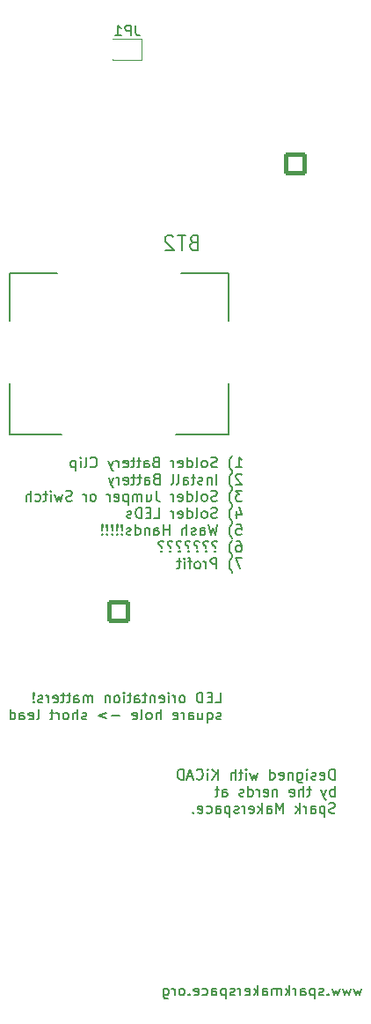
<source format=gbo>
%TF.GenerationSoftware,KiCad,Pcbnew,7.0.2*%
%TF.CreationDate,2023-06-01T22:40:15-04:00*%
%TF.ProjectId,sectr-soldering-kit,73656374-722d-4736-9f6c-646572696e67,rev?*%
%TF.SameCoordinates,Original*%
%TF.FileFunction,Legend,Bot*%
%TF.FilePolarity,Positive*%
%FSLAX46Y46*%
G04 Gerber Fmt 4.6, Leading zero omitted, Abs format (unit mm)*
G04 Created by KiCad (PCBNEW 7.0.2) date 2023-06-01 22:40:15*
%MOMM*%
%LPD*%
G01*
G04 APERTURE LIST*
G04 Aperture macros list*
%AMRoundRect*
0 Rectangle with rounded corners*
0 $1 Rounding radius*
0 $2 $3 $4 $5 $6 $7 $8 $9 X,Y pos of 4 corners*
0 Add a 4 corners polygon primitive as box body*
4,1,4,$2,$3,$4,$5,$6,$7,$8,$9,$2,$3,0*
0 Add four circle primitives for the rounded corners*
1,1,$1+$1,$2,$3*
1,1,$1+$1,$4,$5*
1,1,$1+$1,$6,$7*
1,1,$1+$1,$8,$9*
0 Add four rect primitives between the rounded corners*
20,1,$1+$1,$2,$3,$4,$5,0*
20,1,$1+$1,$4,$5,$6,$7,0*
20,1,$1+$1,$6,$7,$8,$9,0*
20,1,$1+$1,$8,$9,$2,$3,0*%
%AMFreePoly0*
4,1,23,0.586777,0.930194,0.656366,0.874698,0.666410,0.860940,1.166410,0.110940,1.198065,0.027751,1.190491,-0.060935,1.166410,-0.110940,0.666410,-0.860940,0.601795,-0.922156,0.517019,-0.949275,0.500000,-0.950000,-0.500000,-0.950000,-0.586777,-0.930194,-0.656366,-0.874698,-0.694986,-0.794504,-0.700000,-0.750000,-0.700000,0.750000,-0.680194,0.836777,-0.624698,0.906366,-0.544504,0.944986,
-0.500000,0.950000,0.500000,0.950000,0.586777,0.930194,0.586777,0.930194,$1*%
%AMFreePoly1*
4,1,24,0.586777,0.930194,0.656366,0.874698,0.694986,0.794504,0.700000,0.750000,0.700000,-0.750000,0.680194,-0.836777,0.624698,-0.906366,0.544504,-0.944986,0.500000,-0.950000,-0.650000,-0.950000,-0.736777,-0.930194,-0.806366,-0.874698,-0.844986,-0.794504,-0.844986,-0.705496,-0.816410,-0.639060,-0.390370,0.000000,-0.816410,0.639060,-0.848065,0.722249,-0.840491,0.810935,-0.795188,0.887551,
-0.721129,0.936924,-0.650000,0.950000,0.500000,0.950000,0.586777,0.930194,0.586777,0.930194,$1*%
G04 Aperture macros list end*
%ADD10C,0.153000*%
%ADD11C,0.127000*%
%ADD12C,0.120000*%
%ADD13C,5.300000*%
%ADD14C,2.050000*%
%ADD15C,1.924000*%
%ADD16C,18.200000*%
%ADD17C,2.700000*%
%ADD18FreePoly0,180.000000*%
%ADD19FreePoly1,180.000000*%
%ADD20RoundRect,0.200000X-0.900000X-0.900000X0.900000X-0.900000X0.900000X0.900000X-0.900000X0.900000X0*%
%ADD21C,2.200000*%
G04 APERTURE END LIST*
D10*
X167857142Y-131710952D02*
X167666666Y-132377619D01*
X167666666Y-132377619D02*
X167476190Y-131901428D01*
X167476190Y-131901428D02*
X167285714Y-132377619D01*
X167285714Y-132377619D02*
X167095238Y-131710952D01*
X166809523Y-131710952D02*
X166619047Y-132377619D01*
X166619047Y-132377619D02*
X166428571Y-131901428D01*
X166428571Y-131901428D02*
X166238095Y-132377619D01*
X166238095Y-132377619D02*
X166047619Y-131710952D01*
X165761904Y-131710952D02*
X165571428Y-132377619D01*
X165571428Y-132377619D02*
X165380952Y-131901428D01*
X165380952Y-131901428D02*
X165190476Y-132377619D01*
X165190476Y-132377619D02*
X165000000Y-131710952D01*
X164619047Y-132282380D02*
X164571428Y-132330000D01*
X164571428Y-132330000D02*
X164619047Y-132377619D01*
X164619047Y-132377619D02*
X164666666Y-132330000D01*
X164666666Y-132330000D02*
X164619047Y-132282380D01*
X164619047Y-132282380D02*
X164619047Y-132377619D01*
X164190476Y-132330000D02*
X164095238Y-132377619D01*
X164095238Y-132377619D02*
X163904762Y-132377619D01*
X163904762Y-132377619D02*
X163809524Y-132330000D01*
X163809524Y-132330000D02*
X163761905Y-132234761D01*
X163761905Y-132234761D02*
X163761905Y-132187142D01*
X163761905Y-132187142D02*
X163809524Y-132091904D01*
X163809524Y-132091904D02*
X163904762Y-132044285D01*
X163904762Y-132044285D02*
X164047619Y-132044285D01*
X164047619Y-132044285D02*
X164142857Y-131996666D01*
X164142857Y-131996666D02*
X164190476Y-131901428D01*
X164190476Y-131901428D02*
X164190476Y-131853809D01*
X164190476Y-131853809D02*
X164142857Y-131758571D01*
X164142857Y-131758571D02*
X164047619Y-131710952D01*
X164047619Y-131710952D02*
X163904762Y-131710952D01*
X163904762Y-131710952D02*
X163809524Y-131758571D01*
X163333333Y-131710952D02*
X163333333Y-132710952D01*
X163333333Y-131758571D02*
X163238095Y-131710952D01*
X163238095Y-131710952D02*
X163047619Y-131710952D01*
X163047619Y-131710952D02*
X162952381Y-131758571D01*
X162952381Y-131758571D02*
X162904762Y-131806190D01*
X162904762Y-131806190D02*
X162857143Y-131901428D01*
X162857143Y-131901428D02*
X162857143Y-132187142D01*
X162857143Y-132187142D02*
X162904762Y-132282380D01*
X162904762Y-132282380D02*
X162952381Y-132330000D01*
X162952381Y-132330000D02*
X163047619Y-132377619D01*
X163047619Y-132377619D02*
X163238095Y-132377619D01*
X163238095Y-132377619D02*
X163333333Y-132330000D01*
X162000000Y-132377619D02*
X162000000Y-131853809D01*
X162000000Y-131853809D02*
X162047619Y-131758571D01*
X162047619Y-131758571D02*
X162142857Y-131710952D01*
X162142857Y-131710952D02*
X162333333Y-131710952D01*
X162333333Y-131710952D02*
X162428571Y-131758571D01*
X162000000Y-132330000D02*
X162095238Y-132377619D01*
X162095238Y-132377619D02*
X162333333Y-132377619D01*
X162333333Y-132377619D02*
X162428571Y-132330000D01*
X162428571Y-132330000D02*
X162476190Y-132234761D01*
X162476190Y-132234761D02*
X162476190Y-132139523D01*
X162476190Y-132139523D02*
X162428571Y-132044285D01*
X162428571Y-132044285D02*
X162333333Y-131996666D01*
X162333333Y-131996666D02*
X162095238Y-131996666D01*
X162095238Y-131996666D02*
X162000000Y-131949047D01*
X161523809Y-132377619D02*
X161523809Y-131710952D01*
X161523809Y-131901428D02*
X161476190Y-131806190D01*
X161476190Y-131806190D02*
X161428571Y-131758571D01*
X161428571Y-131758571D02*
X161333333Y-131710952D01*
X161333333Y-131710952D02*
X161238095Y-131710952D01*
X160904761Y-132377619D02*
X160904761Y-131377619D01*
X160809523Y-131996666D02*
X160523809Y-132377619D01*
X160523809Y-131710952D02*
X160904761Y-132091904D01*
X160095237Y-132377619D02*
X160095237Y-131710952D01*
X160095237Y-131806190D02*
X160047618Y-131758571D01*
X160047618Y-131758571D02*
X159952380Y-131710952D01*
X159952380Y-131710952D02*
X159809523Y-131710952D01*
X159809523Y-131710952D02*
X159714285Y-131758571D01*
X159714285Y-131758571D02*
X159666666Y-131853809D01*
X159666666Y-131853809D02*
X159666666Y-132377619D01*
X159666666Y-131853809D02*
X159619047Y-131758571D01*
X159619047Y-131758571D02*
X159523809Y-131710952D01*
X159523809Y-131710952D02*
X159380952Y-131710952D01*
X159380952Y-131710952D02*
X159285713Y-131758571D01*
X159285713Y-131758571D02*
X159238094Y-131853809D01*
X159238094Y-131853809D02*
X159238094Y-132377619D01*
X158333333Y-132377619D02*
X158333333Y-131853809D01*
X158333333Y-131853809D02*
X158380952Y-131758571D01*
X158380952Y-131758571D02*
X158476190Y-131710952D01*
X158476190Y-131710952D02*
X158666666Y-131710952D01*
X158666666Y-131710952D02*
X158761904Y-131758571D01*
X158333333Y-132330000D02*
X158428571Y-132377619D01*
X158428571Y-132377619D02*
X158666666Y-132377619D01*
X158666666Y-132377619D02*
X158761904Y-132330000D01*
X158761904Y-132330000D02*
X158809523Y-132234761D01*
X158809523Y-132234761D02*
X158809523Y-132139523D01*
X158809523Y-132139523D02*
X158761904Y-132044285D01*
X158761904Y-132044285D02*
X158666666Y-131996666D01*
X158666666Y-131996666D02*
X158428571Y-131996666D01*
X158428571Y-131996666D02*
X158333333Y-131949047D01*
X157857142Y-132377619D02*
X157857142Y-131377619D01*
X157761904Y-131996666D02*
X157476190Y-132377619D01*
X157476190Y-131710952D02*
X157857142Y-132091904D01*
X156666666Y-132330000D02*
X156761904Y-132377619D01*
X156761904Y-132377619D02*
X156952380Y-132377619D01*
X156952380Y-132377619D02*
X157047618Y-132330000D01*
X157047618Y-132330000D02*
X157095237Y-132234761D01*
X157095237Y-132234761D02*
X157095237Y-131853809D01*
X157095237Y-131853809D02*
X157047618Y-131758571D01*
X157047618Y-131758571D02*
X156952380Y-131710952D01*
X156952380Y-131710952D02*
X156761904Y-131710952D01*
X156761904Y-131710952D02*
X156666666Y-131758571D01*
X156666666Y-131758571D02*
X156619047Y-131853809D01*
X156619047Y-131853809D02*
X156619047Y-131949047D01*
X156619047Y-131949047D02*
X157095237Y-132044285D01*
X156190475Y-132377619D02*
X156190475Y-131710952D01*
X156190475Y-131901428D02*
X156142856Y-131806190D01*
X156142856Y-131806190D02*
X156095237Y-131758571D01*
X156095237Y-131758571D02*
X155999999Y-131710952D01*
X155999999Y-131710952D02*
X155904761Y-131710952D01*
X155619046Y-132330000D02*
X155523808Y-132377619D01*
X155523808Y-132377619D02*
X155333332Y-132377619D01*
X155333332Y-132377619D02*
X155238094Y-132330000D01*
X155238094Y-132330000D02*
X155190475Y-132234761D01*
X155190475Y-132234761D02*
X155190475Y-132187142D01*
X155190475Y-132187142D02*
X155238094Y-132091904D01*
X155238094Y-132091904D02*
X155333332Y-132044285D01*
X155333332Y-132044285D02*
X155476189Y-132044285D01*
X155476189Y-132044285D02*
X155571427Y-131996666D01*
X155571427Y-131996666D02*
X155619046Y-131901428D01*
X155619046Y-131901428D02*
X155619046Y-131853809D01*
X155619046Y-131853809D02*
X155571427Y-131758571D01*
X155571427Y-131758571D02*
X155476189Y-131710952D01*
X155476189Y-131710952D02*
X155333332Y-131710952D01*
X155333332Y-131710952D02*
X155238094Y-131758571D01*
X154761903Y-131710952D02*
X154761903Y-132710952D01*
X154761903Y-131758571D02*
X154666665Y-131710952D01*
X154666665Y-131710952D02*
X154476189Y-131710952D01*
X154476189Y-131710952D02*
X154380951Y-131758571D01*
X154380951Y-131758571D02*
X154333332Y-131806190D01*
X154333332Y-131806190D02*
X154285713Y-131901428D01*
X154285713Y-131901428D02*
X154285713Y-132187142D01*
X154285713Y-132187142D02*
X154333332Y-132282380D01*
X154333332Y-132282380D02*
X154380951Y-132330000D01*
X154380951Y-132330000D02*
X154476189Y-132377619D01*
X154476189Y-132377619D02*
X154666665Y-132377619D01*
X154666665Y-132377619D02*
X154761903Y-132330000D01*
X153428570Y-132377619D02*
X153428570Y-131853809D01*
X153428570Y-131853809D02*
X153476189Y-131758571D01*
X153476189Y-131758571D02*
X153571427Y-131710952D01*
X153571427Y-131710952D02*
X153761903Y-131710952D01*
X153761903Y-131710952D02*
X153857141Y-131758571D01*
X153428570Y-132330000D02*
X153523808Y-132377619D01*
X153523808Y-132377619D02*
X153761903Y-132377619D01*
X153761903Y-132377619D02*
X153857141Y-132330000D01*
X153857141Y-132330000D02*
X153904760Y-132234761D01*
X153904760Y-132234761D02*
X153904760Y-132139523D01*
X153904760Y-132139523D02*
X153857141Y-132044285D01*
X153857141Y-132044285D02*
X153761903Y-131996666D01*
X153761903Y-131996666D02*
X153523808Y-131996666D01*
X153523808Y-131996666D02*
X153428570Y-131949047D01*
X152523808Y-132330000D02*
X152619046Y-132377619D01*
X152619046Y-132377619D02*
X152809522Y-132377619D01*
X152809522Y-132377619D02*
X152904760Y-132330000D01*
X152904760Y-132330000D02*
X152952379Y-132282380D01*
X152952379Y-132282380D02*
X152999998Y-132187142D01*
X152999998Y-132187142D02*
X152999998Y-131901428D01*
X152999998Y-131901428D02*
X152952379Y-131806190D01*
X152952379Y-131806190D02*
X152904760Y-131758571D01*
X152904760Y-131758571D02*
X152809522Y-131710952D01*
X152809522Y-131710952D02*
X152619046Y-131710952D01*
X152619046Y-131710952D02*
X152523808Y-131758571D01*
X151714284Y-132330000D02*
X151809522Y-132377619D01*
X151809522Y-132377619D02*
X151999998Y-132377619D01*
X151999998Y-132377619D02*
X152095236Y-132330000D01*
X152095236Y-132330000D02*
X152142855Y-132234761D01*
X152142855Y-132234761D02*
X152142855Y-131853809D01*
X152142855Y-131853809D02*
X152095236Y-131758571D01*
X152095236Y-131758571D02*
X151999998Y-131710952D01*
X151999998Y-131710952D02*
X151809522Y-131710952D01*
X151809522Y-131710952D02*
X151714284Y-131758571D01*
X151714284Y-131758571D02*
X151666665Y-131853809D01*
X151666665Y-131853809D02*
X151666665Y-131949047D01*
X151666665Y-131949047D02*
X152142855Y-132044285D01*
X151238093Y-132282380D02*
X151190474Y-132330000D01*
X151190474Y-132330000D02*
X151238093Y-132377619D01*
X151238093Y-132377619D02*
X151285712Y-132330000D01*
X151285712Y-132330000D02*
X151238093Y-132282380D01*
X151238093Y-132282380D02*
X151238093Y-132377619D01*
X150619046Y-132377619D02*
X150714284Y-132330000D01*
X150714284Y-132330000D02*
X150761903Y-132282380D01*
X150761903Y-132282380D02*
X150809522Y-132187142D01*
X150809522Y-132187142D02*
X150809522Y-131901428D01*
X150809522Y-131901428D02*
X150761903Y-131806190D01*
X150761903Y-131806190D02*
X150714284Y-131758571D01*
X150714284Y-131758571D02*
X150619046Y-131710952D01*
X150619046Y-131710952D02*
X150476189Y-131710952D01*
X150476189Y-131710952D02*
X150380951Y-131758571D01*
X150380951Y-131758571D02*
X150333332Y-131806190D01*
X150333332Y-131806190D02*
X150285713Y-131901428D01*
X150285713Y-131901428D02*
X150285713Y-132187142D01*
X150285713Y-132187142D02*
X150333332Y-132282380D01*
X150333332Y-132282380D02*
X150380951Y-132330000D01*
X150380951Y-132330000D02*
X150476189Y-132377619D01*
X150476189Y-132377619D02*
X150619046Y-132377619D01*
X149857141Y-132377619D02*
X149857141Y-131710952D01*
X149857141Y-131901428D02*
X149809522Y-131806190D01*
X149809522Y-131806190D02*
X149761903Y-131758571D01*
X149761903Y-131758571D02*
X149666665Y-131710952D01*
X149666665Y-131710952D02*
X149571427Y-131710952D01*
X148809522Y-131710952D02*
X148809522Y-132520476D01*
X148809522Y-132520476D02*
X148857141Y-132615714D01*
X148857141Y-132615714D02*
X148904760Y-132663333D01*
X148904760Y-132663333D02*
X148999998Y-132710952D01*
X148999998Y-132710952D02*
X149142855Y-132710952D01*
X149142855Y-132710952D02*
X149238093Y-132663333D01*
X148809522Y-132330000D02*
X148904760Y-132377619D01*
X148904760Y-132377619D02*
X149095236Y-132377619D01*
X149095236Y-132377619D02*
X149190474Y-132330000D01*
X149190474Y-132330000D02*
X149238093Y-132282380D01*
X149238093Y-132282380D02*
X149285712Y-132187142D01*
X149285712Y-132187142D02*
X149285712Y-131901428D01*
X149285712Y-131901428D02*
X149238093Y-131806190D01*
X149238093Y-131806190D02*
X149190474Y-131758571D01*
X149190474Y-131758571D02*
X149095236Y-131710952D01*
X149095236Y-131710952D02*
X148904760Y-131710952D01*
X148904760Y-131710952D02*
X148809522Y-131758571D01*
X165261904Y-111637619D02*
X165261904Y-110637619D01*
X165261904Y-110637619D02*
X165023809Y-110637619D01*
X165023809Y-110637619D02*
X164880952Y-110685238D01*
X164880952Y-110685238D02*
X164785714Y-110780476D01*
X164785714Y-110780476D02*
X164738095Y-110875714D01*
X164738095Y-110875714D02*
X164690476Y-111066190D01*
X164690476Y-111066190D02*
X164690476Y-111209047D01*
X164690476Y-111209047D02*
X164738095Y-111399523D01*
X164738095Y-111399523D02*
X164785714Y-111494761D01*
X164785714Y-111494761D02*
X164880952Y-111590000D01*
X164880952Y-111590000D02*
X165023809Y-111637619D01*
X165023809Y-111637619D02*
X165261904Y-111637619D01*
X163880952Y-111590000D02*
X163976190Y-111637619D01*
X163976190Y-111637619D02*
X164166666Y-111637619D01*
X164166666Y-111637619D02*
X164261904Y-111590000D01*
X164261904Y-111590000D02*
X164309523Y-111494761D01*
X164309523Y-111494761D02*
X164309523Y-111113809D01*
X164309523Y-111113809D02*
X164261904Y-111018571D01*
X164261904Y-111018571D02*
X164166666Y-110970952D01*
X164166666Y-110970952D02*
X163976190Y-110970952D01*
X163976190Y-110970952D02*
X163880952Y-111018571D01*
X163880952Y-111018571D02*
X163833333Y-111113809D01*
X163833333Y-111113809D02*
X163833333Y-111209047D01*
X163833333Y-111209047D02*
X164309523Y-111304285D01*
X163452380Y-111590000D02*
X163357142Y-111637619D01*
X163357142Y-111637619D02*
X163166666Y-111637619D01*
X163166666Y-111637619D02*
X163071428Y-111590000D01*
X163071428Y-111590000D02*
X163023809Y-111494761D01*
X163023809Y-111494761D02*
X163023809Y-111447142D01*
X163023809Y-111447142D02*
X163071428Y-111351904D01*
X163071428Y-111351904D02*
X163166666Y-111304285D01*
X163166666Y-111304285D02*
X163309523Y-111304285D01*
X163309523Y-111304285D02*
X163404761Y-111256666D01*
X163404761Y-111256666D02*
X163452380Y-111161428D01*
X163452380Y-111161428D02*
X163452380Y-111113809D01*
X163452380Y-111113809D02*
X163404761Y-111018571D01*
X163404761Y-111018571D02*
X163309523Y-110970952D01*
X163309523Y-110970952D02*
X163166666Y-110970952D01*
X163166666Y-110970952D02*
X163071428Y-111018571D01*
X162595237Y-111637619D02*
X162595237Y-110970952D01*
X162595237Y-110637619D02*
X162642856Y-110685238D01*
X162642856Y-110685238D02*
X162595237Y-110732857D01*
X162595237Y-110732857D02*
X162547618Y-110685238D01*
X162547618Y-110685238D02*
X162595237Y-110637619D01*
X162595237Y-110637619D02*
X162595237Y-110732857D01*
X161690476Y-110970952D02*
X161690476Y-111780476D01*
X161690476Y-111780476D02*
X161738095Y-111875714D01*
X161738095Y-111875714D02*
X161785714Y-111923333D01*
X161785714Y-111923333D02*
X161880952Y-111970952D01*
X161880952Y-111970952D02*
X162023809Y-111970952D01*
X162023809Y-111970952D02*
X162119047Y-111923333D01*
X161690476Y-111590000D02*
X161785714Y-111637619D01*
X161785714Y-111637619D02*
X161976190Y-111637619D01*
X161976190Y-111637619D02*
X162071428Y-111590000D01*
X162071428Y-111590000D02*
X162119047Y-111542380D01*
X162119047Y-111542380D02*
X162166666Y-111447142D01*
X162166666Y-111447142D02*
X162166666Y-111161428D01*
X162166666Y-111161428D02*
X162119047Y-111066190D01*
X162119047Y-111066190D02*
X162071428Y-111018571D01*
X162071428Y-111018571D02*
X161976190Y-110970952D01*
X161976190Y-110970952D02*
X161785714Y-110970952D01*
X161785714Y-110970952D02*
X161690476Y-111018571D01*
X161214285Y-110970952D02*
X161214285Y-111637619D01*
X161214285Y-111066190D02*
X161166666Y-111018571D01*
X161166666Y-111018571D02*
X161071428Y-110970952D01*
X161071428Y-110970952D02*
X160928571Y-110970952D01*
X160928571Y-110970952D02*
X160833333Y-111018571D01*
X160833333Y-111018571D02*
X160785714Y-111113809D01*
X160785714Y-111113809D02*
X160785714Y-111637619D01*
X159928571Y-111590000D02*
X160023809Y-111637619D01*
X160023809Y-111637619D02*
X160214285Y-111637619D01*
X160214285Y-111637619D02*
X160309523Y-111590000D01*
X160309523Y-111590000D02*
X160357142Y-111494761D01*
X160357142Y-111494761D02*
X160357142Y-111113809D01*
X160357142Y-111113809D02*
X160309523Y-111018571D01*
X160309523Y-111018571D02*
X160214285Y-110970952D01*
X160214285Y-110970952D02*
X160023809Y-110970952D01*
X160023809Y-110970952D02*
X159928571Y-111018571D01*
X159928571Y-111018571D02*
X159880952Y-111113809D01*
X159880952Y-111113809D02*
X159880952Y-111209047D01*
X159880952Y-111209047D02*
X160357142Y-111304285D01*
X159023809Y-111637619D02*
X159023809Y-110637619D01*
X159023809Y-111590000D02*
X159119047Y-111637619D01*
X159119047Y-111637619D02*
X159309523Y-111637619D01*
X159309523Y-111637619D02*
X159404761Y-111590000D01*
X159404761Y-111590000D02*
X159452380Y-111542380D01*
X159452380Y-111542380D02*
X159499999Y-111447142D01*
X159499999Y-111447142D02*
X159499999Y-111161428D01*
X159499999Y-111161428D02*
X159452380Y-111066190D01*
X159452380Y-111066190D02*
X159404761Y-111018571D01*
X159404761Y-111018571D02*
X159309523Y-110970952D01*
X159309523Y-110970952D02*
X159119047Y-110970952D01*
X159119047Y-110970952D02*
X159023809Y-111018571D01*
X157880951Y-110970952D02*
X157690475Y-111637619D01*
X157690475Y-111637619D02*
X157499999Y-111161428D01*
X157499999Y-111161428D02*
X157309523Y-111637619D01*
X157309523Y-111637619D02*
X157119047Y-110970952D01*
X156738094Y-111637619D02*
X156738094Y-110970952D01*
X156738094Y-110637619D02*
X156785713Y-110685238D01*
X156785713Y-110685238D02*
X156738094Y-110732857D01*
X156738094Y-110732857D02*
X156690475Y-110685238D01*
X156690475Y-110685238D02*
X156738094Y-110637619D01*
X156738094Y-110637619D02*
X156738094Y-110732857D01*
X156404761Y-110970952D02*
X156023809Y-110970952D01*
X156261904Y-110637619D02*
X156261904Y-111494761D01*
X156261904Y-111494761D02*
X156214285Y-111590000D01*
X156214285Y-111590000D02*
X156119047Y-111637619D01*
X156119047Y-111637619D02*
X156023809Y-111637619D01*
X155690475Y-111637619D02*
X155690475Y-110637619D01*
X155261904Y-111637619D02*
X155261904Y-111113809D01*
X155261904Y-111113809D02*
X155309523Y-111018571D01*
X155309523Y-111018571D02*
X155404761Y-110970952D01*
X155404761Y-110970952D02*
X155547618Y-110970952D01*
X155547618Y-110970952D02*
X155642856Y-111018571D01*
X155642856Y-111018571D02*
X155690475Y-111066190D01*
X154023808Y-111637619D02*
X154023808Y-110637619D01*
X153452380Y-111637619D02*
X153880951Y-111066190D01*
X153452380Y-110637619D02*
X154023808Y-111209047D01*
X153023808Y-111637619D02*
X153023808Y-110970952D01*
X153023808Y-110637619D02*
X153071427Y-110685238D01*
X153071427Y-110685238D02*
X153023808Y-110732857D01*
X153023808Y-110732857D02*
X152976189Y-110685238D01*
X152976189Y-110685238D02*
X153023808Y-110637619D01*
X153023808Y-110637619D02*
X153023808Y-110732857D01*
X151976190Y-111542380D02*
X152023809Y-111590000D01*
X152023809Y-111590000D02*
X152166666Y-111637619D01*
X152166666Y-111637619D02*
X152261904Y-111637619D01*
X152261904Y-111637619D02*
X152404761Y-111590000D01*
X152404761Y-111590000D02*
X152499999Y-111494761D01*
X152499999Y-111494761D02*
X152547618Y-111399523D01*
X152547618Y-111399523D02*
X152595237Y-111209047D01*
X152595237Y-111209047D02*
X152595237Y-111066190D01*
X152595237Y-111066190D02*
X152547618Y-110875714D01*
X152547618Y-110875714D02*
X152499999Y-110780476D01*
X152499999Y-110780476D02*
X152404761Y-110685238D01*
X152404761Y-110685238D02*
X152261904Y-110637619D01*
X152261904Y-110637619D02*
X152166666Y-110637619D01*
X152166666Y-110637619D02*
X152023809Y-110685238D01*
X152023809Y-110685238D02*
X151976190Y-110732857D01*
X151595237Y-111351904D02*
X151119047Y-111351904D01*
X151690475Y-111637619D02*
X151357142Y-110637619D01*
X151357142Y-110637619D02*
X151023809Y-111637619D01*
X150690475Y-111637619D02*
X150690475Y-110637619D01*
X150690475Y-110637619D02*
X150452380Y-110637619D01*
X150452380Y-110637619D02*
X150309523Y-110685238D01*
X150309523Y-110685238D02*
X150214285Y-110780476D01*
X150214285Y-110780476D02*
X150166666Y-110875714D01*
X150166666Y-110875714D02*
X150119047Y-111066190D01*
X150119047Y-111066190D02*
X150119047Y-111209047D01*
X150119047Y-111209047D02*
X150166666Y-111399523D01*
X150166666Y-111399523D02*
X150214285Y-111494761D01*
X150214285Y-111494761D02*
X150309523Y-111590000D01*
X150309523Y-111590000D02*
X150452380Y-111637619D01*
X150452380Y-111637619D02*
X150690475Y-111637619D01*
X165261904Y-113257619D02*
X165261904Y-112257619D01*
X165261904Y-112638571D02*
X165166666Y-112590952D01*
X165166666Y-112590952D02*
X164976190Y-112590952D01*
X164976190Y-112590952D02*
X164880952Y-112638571D01*
X164880952Y-112638571D02*
X164833333Y-112686190D01*
X164833333Y-112686190D02*
X164785714Y-112781428D01*
X164785714Y-112781428D02*
X164785714Y-113067142D01*
X164785714Y-113067142D02*
X164833333Y-113162380D01*
X164833333Y-113162380D02*
X164880952Y-113210000D01*
X164880952Y-113210000D02*
X164976190Y-113257619D01*
X164976190Y-113257619D02*
X165166666Y-113257619D01*
X165166666Y-113257619D02*
X165261904Y-113210000D01*
X164452380Y-112590952D02*
X164214285Y-113257619D01*
X163976190Y-112590952D02*
X164214285Y-113257619D01*
X164214285Y-113257619D02*
X164309523Y-113495714D01*
X164309523Y-113495714D02*
X164357142Y-113543333D01*
X164357142Y-113543333D02*
X164452380Y-113590952D01*
X162976189Y-112590952D02*
X162595237Y-112590952D01*
X162833332Y-112257619D02*
X162833332Y-113114761D01*
X162833332Y-113114761D02*
X162785713Y-113210000D01*
X162785713Y-113210000D02*
X162690475Y-113257619D01*
X162690475Y-113257619D02*
X162595237Y-113257619D01*
X162261903Y-113257619D02*
X162261903Y-112257619D01*
X161833332Y-113257619D02*
X161833332Y-112733809D01*
X161833332Y-112733809D02*
X161880951Y-112638571D01*
X161880951Y-112638571D02*
X161976189Y-112590952D01*
X161976189Y-112590952D02*
X162119046Y-112590952D01*
X162119046Y-112590952D02*
X162214284Y-112638571D01*
X162214284Y-112638571D02*
X162261903Y-112686190D01*
X160976189Y-113210000D02*
X161071427Y-113257619D01*
X161071427Y-113257619D02*
X161261903Y-113257619D01*
X161261903Y-113257619D02*
X161357141Y-113210000D01*
X161357141Y-113210000D02*
X161404760Y-113114761D01*
X161404760Y-113114761D02*
X161404760Y-112733809D01*
X161404760Y-112733809D02*
X161357141Y-112638571D01*
X161357141Y-112638571D02*
X161261903Y-112590952D01*
X161261903Y-112590952D02*
X161071427Y-112590952D01*
X161071427Y-112590952D02*
X160976189Y-112638571D01*
X160976189Y-112638571D02*
X160928570Y-112733809D01*
X160928570Y-112733809D02*
X160928570Y-112829047D01*
X160928570Y-112829047D02*
X161404760Y-112924285D01*
X159738093Y-112590952D02*
X159738093Y-113257619D01*
X159738093Y-112686190D02*
X159690474Y-112638571D01*
X159690474Y-112638571D02*
X159595236Y-112590952D01*
X159595236Y-112590952D02*
X159452379Y-112590952D01*
X159452379Y-112590952D02*
X159357141Y-112638571D01*
X159357141Y-112638571D02*
X159309522Y-112733809D01*
X159309522Y-112733809D02*
X159309522Y-113257619D01*
X158452379Y-113210000D02*
X158547617Y-113257619D01*
X158547617Y-113257619D02*
X158738093Y-113257619D01*
X158738093Y-113257619D02*
X158833331Y-113210000D01*
X158833331Y-113210000D02*
X158880950Y-113114761D01*
X158880950Y-113114761D02*
X158880950Y-112733809D01*
X158880950Y-112733809D02*
X158833331Y-112638571D01*
X158833331Y-112638571D02*
X158738093Y-112590952D01*
X158738093Y-112590952D02*
X158547617Y-112590952D01*
X158547617Y-112590952D02*
X158452379Y-112638571D01*
X158452379Y-112638571D02*
X158404760Y-112733809D01*
X158404760Y-112733809D02*
X158404760Y-112829047D01*
X158404760Y-112829047D02*
X158880950Y-112924285D01*
X157976188Y-113257619D02*
X157976188Y-112590952D01*
X157976188Y-112781428D02*
X157928569Y-112686190D01*
X157928569Y-112686190D02*
X157880950Y-112638571D01*
X157880950Y-112638571D02*
X157785712Y-112590952D01*
X157785712Y-112590952D02*
X157690474Y-112590952D01*
X156928569Y-113257619D02*
X156928569Y-112257619D01*
X156928569Y-113210000D02*
X157023807Y-113257619D01*
X157023807Y-113257619D02*
X157214283Y-113257619D01*
X157214283Y-113257619D02*
X157309521Y-113210000D01*
X157309521Y-113210000D02*
X157357140Y-113162380D01*
X157357140Y-113162380D02*
X157404759Y-113067142D01*
X157404759Y-113067142D02*
X157404759Y-112781428D01*
X157404759Y-112781428D02*
X157357140Y-112686190D01*
X157357140Y-112686190D02*
X157309521Y-112638571D01*
X157309521Y-112638571D02*
X157214283Y-112590952D01*
X157214283Y-112590952D02*
X157023807Y-112590952D01*
X157023807Y-112590952D02*
X156928569Y-112638571D01*
X156499997Y-113210000D02*
X156404759Y-113257619D01*
X156404759Y-113257619D02*
X156214283Y-113257619D01*
X156214283Y-113257619D02*
X156119045Y-113210000D01*
X156119045Y-113210000D02*
X156071426Y-113114761D01*
X156071426Y-113114761D02*
X156071426Y-113067142D01*
X156071426Y-113067142D02*
X156119045Y-112971904D01*
X156119045Y-112971904D02*
X156214283Y-112924285D01*
X156214283Y-112924285D02*
X156357140Y-112924285D01*
X156357140Y-112924285D02*
X156452378Y-112876666D01*
X156452378Y-112876666D02*
X156499997Y-112781428D01*
X156499997Y-112781428D02*
X156499997Y-112733809D01*
X156499997Y-112733809D02*
X156452378Y-112638571D01*
X156452378Y-112638571D02*
X156357140Y-112590952D01*
X156357140Y-112590952D02*
X156214283Y-112590952D01*
X156214283Y-112590952D02*
X156119045Y-112638571D01*
X154452378Y-113257619D02*
X154452378Y-112733809D01*
X154452378Y-112733809D02*
X154499997Y-112638571D01*
X154499997Y-112638571D02*
X154595235Y-112590952D01*
X154595235Y-112590952D02*
X154785711Y-112590952D01*
X154785711Y-112590952D02*
X154880949Y-112638571D01*
X154452378Y-113210000D02*
X154547616Y-113257619D01*
X154547616Y-113257619D02*
X154785711Y-113257619D01*
X154785711Y-113257619D02*
X154880949Y-113210000D01*
X154880949Y-113210000D02*
X154928568Y-113114761D01*
X154928568Y-113114761D02*
X154928568Y-113019523D01*
X154928568Y-113019523D02*
X154880949Y-112924285D01*
X154880949Y-112924285D02*
X154785711Y-112876666D01*
X154785711Y-112876666D02*
X154547616Y-112876666D01*
X154547616Y-112876666D02*
X154452378Y-112829047D01*
X154119044Y-112590952D02*
X153738092Y-112590952D01*
X153976187Y-112257619D02*
X153976187Y-113114761D01*
X153976187Y-113114761D02*
X153928568Y-113210000D01*
X153928568Y-113210000D02*
X153833330Y-113257619D01*
X153833330Y-113257619D02*
X153738092Y-113257619D01*
X165309523Y-114830000D02*
X165166666Y-114877619D01*
X165166666Y-114877619D02*
X164928571Y-114877619D01*
X164928571Y-114877619D02*
X164833333Y-114830000D01*
X164833333Y-114830000D02*
X164785714Y-114782380D01*
X164785714Y-114782380D02*
X164738095Y-114687142D01*
X164738095Y-114687142D02*
X164738095Y-114591904D01*
X164738095Y-114591904D02*
X164785714Y-114496666D01*
X164785714Y-114496666D02*
X164833333Y-114449047D01*
X164833333Y-114449047D02*
X164928571Y-114401428D01*
X164928571Y-114401428D02*
X165119047Y-114353809D01*
X165119047Y-114353809D02*
X165214285Y-114306190D01*
X165214285Y-114306190D02*
X165261904Y-114258571D01*
X165261904Y-114258571D02*
X165309523Y-114163333D01*
X165309523Y-114163333D02*
X165309523Y-114068095D01*
X165309523Y-114068095D02*
X165261904Y-113972857D01*
X165261904Y-113972857D02*
X165214285Y-113925238D01*
X165214285Y-113925238D02*
X165119047Y-113877619D01*
X165119047Y-113877619D02*
X164880952Y-113877619D01*
X164880952Y-113877619D02*
X164738095Y-113925238D01*
X164309523Y-114210952D02*
X164309523Y-115210952D01*
X164309523Y-114258571D02*
X164214285Y-114210952D01*
X164214285Y-114210952D02*
X164023809Y-114210952D01*
X164023809Y-114210952D02*
X163928571Y-114258571D01*
X163928571Y-114258571D02*
X163880952Y-114306190D01*
X163880952Y-114306190D02*
X163833333Y-114401428D01*
X163833333Y-114401428D02*
X163833333Y-114687142D01*
X163833333Y-114687142D02*
X163880952Y-114782380D01*
X163880952Y-114782380D02*
X163928571Y-114830000D01*
X163928571Y-114830000D02*
X164023809Y-114877619D01*
X164023809Y-114877619D02*
X164214285Y-114877619D01*
X164214285Y-114877619D02*
X164309523Y-114830000D01*
X162976190Y-114877619D02*
X162976190Y-114353809D01*
X162976190Y-114353809D02*
X163023809Y-114258571D01*
X163023809Y-114258571D02*
X163119047Y-114210952D01*
X163119047Y-114210952D02*
X163309523Y-114210952D01*
X163309523Y-114210952D02*
X163404761Y-114258571D01*
X162976190Y-114830000D02*
X163071428Y-114877619D01*
X163071428Y-114877619D02*
X163309523Y-114877619D01*
X163309523Y-114877619D02*
X163404761Y-114830000D01*
X163404761Y-114830000D02*
X163452380Y-114734761D01*
X163452380Y-114734761D02*
X163452380Y-114639523D01*
X163452380Y-114639523D02*
X163404761Y-114544285D01*
X163404761Y-114544285D02*
X163309523Y-114496666D01*
X163309523Y-114496666D02*
X163071428Y-114496666D01*
X163071428Y-114496666D02*
X162976190Y-114449047D01*
X162499999Y-114877619D02*
X162499999Y-114210952D01*
X162499999Y-114401428D02*
X162452380Y-114306190D01*
X162452380Y-114306190D02*
X162404761Y-114258571D01*
X162404761Y-114258571D02*
X162309523Y-114210952D01*
X162309523Y-114210952D02*
X162214285Y-114210952D01*
X161880951Y-114877619D02*
X161880951Y-113877619D01*
X161785713Y-114496666D02*
X161499999Y-114877619D01*
X161499999Y-114210952D02*
X161880951Y-114591904D01*
X160309522Y-114877619D02*
X160309522Y-113877619D01*
X160309522Y-113877619D02*
X159976189Y-114591904D01*
X159976189Y-114591904D02*
X159642856Y-113877619D01*
X159642856Y-113877619D02*
X159642856Y-114877619D01*
X158738094Y-114877619D02*
X158738094Y-114353809D01*
X158738094Y-114353809D02*
X158785713Y-114258571D01*
X158785713Y-114258571D02*
X158880951Y-114210952D01*
X158880951Y-114210952D02*
X159071427Y-114210952D01*
X159071427Y-114210952D02*
X159166665Y-114258571D01*
X158738094Y-114830000D02*
X158833332Y-114877619D01*
X158833332Y-114877619D02*
X159071427Y-114877619D01*
X159071427Y-114877619D02*
X159166665Y-114830000D01*
X159166665Y-114830000D02*
X159214284Y-114734761D01*
X159214284Y-114734761D02*
X159214284Y-114639523D01*
X159214284Y-114639523D02*
X159166665Y-114544285D01*
X159166665Y-114544285D02*
X159071427Y-114496666D01*
X159071427Y-114496666D02*
X158833332Y-114496666D01*
X158833332Y-114496666D02*
X158738094Y-114449047D01*
X158261903Y-114877619D02*
X158261903Y-113877619D01*
X158166665Y-114496666D02*
X157880951Y-114877619D01*
X157880951Y-114210952D02*
X158261903Y-114591904D01*
X157071427Y-114830000D02*
X157166665Y-114877619D01*
X157166665Y-114877619D02*
X157357141Y-114877619D01*
X157357141Y-114877619D02*
X157452379Y-114830000D01*
X157452379Y-114830000D02*
X157499998Y-114734761D01*
X157499998Y-114734761D02*
X157499998Y-114353809D01*
X157499998Y-114353809D02*
X157452379Y-114258571D01*
X157452379Y-114258571D02*
X157357141Y-114210952D01*
X157357141Y-114210952D02*
X157166665Y-114210952D01*
X157166665Y-114210952D02*
X157071427Y-114258571D01*
X157071427Y-114258571D02*
X157023808Y-114353809D01*
X157023808Y-114353809D02*
X157023808Y-114449047D01*
X157023808Y-114449047D02*
X157499998Y-114544285D01*
X156595236Y-114877619D02*
X156595236Y-114210952D01*
X156595236Y-114401428D02*
X156547617Y-114306190D01*
X156547617Y-114306190D02*
X156499998Y-114258571D01*
X156499998Y-114258571D02*
X156404760Y-114210952D01*
X156404760Y-114210952D02*
X156309522Y-114210952D01*
X156023807Y-114830000D02*
X155928569Y-114877619D01*
X155928569Y-114877619D02*
X155738093Y-114877619D01*
X155738093Y-114877619D02*
X155642855Y-114830000D01*
X155642855Y-114830000D02*
X155595236Y-114734761D01*
X155595236Y-114734761D02*
X155595236Y-114687142D01*
X155595236Y-114687142D02*
X155642855Y-114591904D01*
X155642855Y-114591904D02*
X155738093Y-114544285D01*
X155738093Y-114544285D02*
X155880950Y-114544285D01*
X155880950Y-114544285D02*
X155976188Y-114496666D01*
X155976188Y-114496666D02*
X156023807Y-114401428D01*
X156023807Y-114401428D02*
X156023807Y-114353809D01*
X156023807Y-114353809D02*
X155976188Y-114258571D01*
X155976188Y-114258571D02*
X155880950Y-114210952D01*
X155880950Y-114210952D02*
X155738093Y-114210952D01*
X155738093Y-114210952D02*
X155642855Y-114258571D01*
X155166664Y-114210952D02*
X155166664Y-115210952D01*
X155166664Y-114258571D02*
X155071426Y-114210952D01*
X155071426Y-114210952D02*
X154880950Y-114210952D01*
X154880950Y-114210952D02*
X154785712Y-114258571D01*
X154785712Y-114258571D02*
X154738093Y-114306190D01*
X154738093Y-114306190D02*
X154690474Y-114401428D01*
X154690474Y-114401428D02*
X154690474Y-114687142D01*
X154690474Y-114687142D02*
X154738093Y-114782380D01*
X154738093Y-114782380D02*
X154785712Y-114830000D01*
X154785712Y-114830000D02*
X154880950Y-114877619D01*
X154880950Y-114877619D02*
X155071426Y-114877619D01*
X155071426Y-114877619D02*
X155166664Y-114830000D01*
X153833331Y-114877619D02*
X153833331Y-114353809D01*
X153833331Y-114353809D02*
X153880950Y-114258571D01*
X153880950Y-114258571D02*
X153976188Y-114210952D01*
X153976188Y-114210952D02*
X154166664Y-114210952D01*
X154166664Y-114210952D02*
X154261902Y-114258571D01*
X153833331Y-114830000D02*
X153928569Y-114877619D01*
X153928569Y-114877619D02*
X154166664Y-114877619D01*
X154166664Y-114877619D02*
X154261902Y-114830000D01*
X154261902Y-114830000D02*
X154309521Y-114734761D01*
X154309521Y-114734761D02*
X154309521Y-114639523D01*
X154309521Y-114639523D02*
X154261902Y-114544285D01*
X154261902Y-114544285D02*
X154166664Y-114496666D01*
X154166664Y-114496666D02*
X153928569Y-114496666D01*
X153928569Y-114496666D02*
X153833331Y-114449047D01*
X152928569Y-114830000D02*
X153023807Y-114877619D01*
X153023807Y-114877619D02*
X153214283Y-114877619D01*
X153214283Y-114877619D02*
X153309521Y-114830000D01*
X153309521Y-114830000D02*
X153357140Y-114782380D01*
X153357140Y-114782380D02*
X153404759Y-114687142D01*
X153404759Y-114687142D02*
X153404759Y-114401428D01*
X153404759Y-114401428D02*
X153357140Y-114306190D01*
X153357140Y-114306190D02*
X153309521Y-114258571D01*
X153309521Y-114258571D02*
X153214283Y-114210952D01*
X153214283Y-114210952D02*
X153023807Y-114210952D01*
X153023807Y-114210952D02*
X152928569Y-114258571D01*
X152119045Y-114830000D02*
X152214283Y-114877619D01*
X152214283Y-114877619D02*
X152404759Y-114877619D01*
X152404759Y-114877619D02*
X152499997Y-114830000D01*
X152499997Y-114830000D02*
X152547616Y-114734761D01*
X152547616Y-114734761D02*
X152547616Y-114353809D01*
X152547616Y-114353809D02*
X152499997Y-114258571D01*
X152499997Y-114258571D02*
X152404759Y-114210952D01*
X152404759Y-114210952D02*
X152214283Y-114210952D01*
X152214283Y-114210952D02*
X152119045Y-114258571D01*
X152119045Y-114258571D02*
X152071426Y-114353809D01*
X152071426Y-114353809D02*
X152071426Y-114449047D01*
X152071426Y-114449047D02*
X152547616Y-114544285D01*
X151642854Y-114782380D02*
X151595235Y-114830000D01*
X151595235Y-114830000D02*
X151642854Y-114877619D01*
X151642854Y-114877619D02*
X151690473Y-114830000D01*
X151690473Y-114830000D02*
X151642854Y-114782380D01*
X151642854Y-114782380D02*
X151642854Y-114877619D01*
X155738095Y-81657619D02*
X156309523Y-81657619D01*
X156023809Y-81657619D02*
X156023809Y-80657619D01*
X156023809Y-80657619D02*
X156119047Y-80800476D01*
X156119047Y-80800476D02*
X156214285Y-80895714D01*
X156214285Y-80895714D02*
X156309523Y-80943333D01*
X155404761Y-82038571D02*
X155357142Y-81990952D01*
X155357142Y-81990952D02*
X155261904Y-81848095D01*
X155261904Y-81848095D02*
X155214285Y-81752857D01*
X155214285Y-81752857D02*
X155166666Y-81610000D01*
X155166666Y-81610000D02*
X155119047Y-81371904D01*
X155119047Y-81371904D02*
X155119047Y-81181428D01*
X155119047Y-81181428D02*
X155166666Y-80943333D01*
X155166666Y-80943333D02*
X155214285Y-80800476D01*
X155214285Y-80800476D02*
X155261904Y-80705238D01*
X155261904Y-80705238D02*
X155357142Y-80562380D01*
X155357142Y-80562380D02*
X155404761Y-80514761D01*
X153928570Y-81610000D02*
X153785713Y-81657619D01*
X153785713Y-81657619D02*
X153547618Y-81657619D01*
X153547618Y-81657619D02*
X153452380Y-81610000D01*
X153452380Y-81610000D02*
X153404761Y-81562380D01*
X153404761Y-81562380D02*
X153357142Y-81467142D01*
X153357142Y-81467142D02*
X153357142Y-81371904D01*
X153357142Y-81371904D02*
X153404761Y-81276666D01*
X153404761Y-81276666D02*
X153452380Y-81229047D01*
X153452380Y-81229047D02*
X153547618Y-81181428D01*
X153547618Y-81181428D02*
X153738094Y-81133809D01*
X153738094Y-81133809D02*
X153833332Y-81086190D01*
X153833332Y-81086190D02*
X153880951Y-81038571D01*
X153880951Y-81038571D02*
X153928570Y-80943333D01*
X153928570Y-80943333D02*
X153928570Y-80848095D01*
X153928570Y-80848095D02*
X153880951Y-80752857D01*
X153880951Y-80752857D02*
X153833332Y-80705238D01*
X153833332Y-80705238D02*
X153738094Y-80657619D01*
X153738094Y-80657619D02*
X153499999Y-80657619D01*
X153499999Y-80657619D02*
X153357142Y-80705238D01*
X152785713Y-81657619D02*
X152880951Y-81610000D01*
X152880951Y-81610000D02*
X152928570Y-81562380D01*
X152928570Y-81562380D02*
X152976189Y-81467142D01*
X152976189Y-81467142D02*
X152976189Y-81181428D01*
X152976189Y-81181428D02*
X152928570Y-81086190D01*
X152928570Y-81086190D02*
X152880951Y-81038571D01*
X152880951Y-81038571D02*
X152785713Y-80990952D01*
X152785713Y-80990952D02*
X152642856Y-80990952D01*
X152642856Y-80990952D02*
X152547618Y-81038571D01*
X152547618Y-81038571D02*
X152499999Y-81086190D01*
X152499999Y-81086190D02*
X152452380Y-81181428D01*
X152452380Y-81181428D02*
X152452380Y-81467142D01*
X152452380Y-81467142D02*
X152499999Y-81562380D01*
X152499999Y-81562380D02*
X152547618Y-81610000D01*
X152547618Y-81610000D02*
X152642856Y-81657619D01*
X152642856Y-81657619D02*
X152785713Y-81657619D01*
X151880951Y-81657619D02*
X151976189Y-81610000D01*
X151976189Y-81610000D02*
X152023808Y-81514761D01*
X152023808Y-81514761D02*
X152023808Y-80657619D01*
X151071427Y-81657619D02*
X151071427Y-80657619D01*
X151071427Y-81610000D02*
X151166665Y-81657619D01*
X151166665Y-81657619D02*
X151357141Y-81657619D01*
X151357141Y-81657619D02*
X151452379Y-81610000D01*
X151452379Y-81610000D02*
X151499998Y-81562380D01*
X151499998Y-81562380D02*
X151547617Y-81467142D01*
X151547617Y-81467142D02*
X151547617Y-81181428D01*
X151547617Y-81181428D02*
X151499998Y-81086190D01*
X151499998Y-81086190D02*
X151452379Y-81038571D01*
X151452379Y-81038571D02*
X151357141Y-80990952D01*
X151357141Y-80990952D02*
X151166665Y-80990952D01*
X151166665Y-80990952D02*
X151071427Y-81038571D01*
X150214284Y-81610000D02*
X150309522Y-81657619D01*
X150309522Y-81657619D02*
X150499998Y-81657619D01*
X150499998Y-81657619D02*
X150595236Y-81610000D01*
X150595236Y-81610000D02*
X150642855Y-81514761D01*
X150642855Y-81514761D02*
X150642855Y-81133809D01*
X150642855Y-81133809D02*
X150595236Y-81038571D01*
X150595236Y-81038571D02*
X150499998Y-80990952D01*
X150499998Y-80990952D02*
X150309522Y-80990952D01*
X150309522Y-80990952D02*
X150214284Y-81038571D01*
X150214284Y-81038571D02*
X150166665Y-81133809D01*
X150166665Y-81133809D02*
X150166665Y-81229047D01*
X150166665Y-81229047D02*
X150642855Y-81324285D01*
X149738093Y-81657619D02*
X149738093Y-80990952D01*
X149738093Y-81181428D02*
X149690474Y-81086190D01*
X149690474Y-81086190D02*
X149642855Y-81038571D01*
X149642855Y-81038571D02*
X149547617Y-80990952D01*
X149547617Y-80990952D02*
X149452379Y-80990952D01*
X148023807Y-81133809D02*
X147880950Y-81181428D01*
X147880950Y-81181428D02*
X147833331Y-81229047D01*
X147833331Y-81229047D02*
X147785712Y-81324285D01*
X147785712Y-81324285D02*
X147785712Y-81467142D01*
X147785712Y-81467142D02*
X147833331Y-81562380D01*
X147833331Y-81562380D02*
X147880950Y-81610000D01*
X147880950Y-81610000D02*
X147976188Y-81657619D01*
X147976188Y-81657619D02*
X148357140Y-81657619D01*
X148357140Y-81657619D02*
X148357140Y-80657619D01*
X148357140Y-80657619D02*
X148023807Y-80657619D01*
X148023807Y-80657619D02*
X147928569Y-80705238D01*
X147928569Y-80705238D02*
X147880950Y-80752857D01*
X147880950Y-80752857D02*
X147833331Y-80848095D01*
X147833331Y-80848095D02*
X147833331Y-80943333D01*
X147833331Y-80943333D02*
X147880950Y-81038571D01*
X147880950Y-81038571D02*
X147928569Y-81086190D01*
X147928569Y-81086190D02*
X148023807Y-81133809D01*
X148023807Y-81133809D02*
X148357140Y-81133809D01*
X146928569Y-81657619D02*
X146928569Y-81133809D01*
X146928569Y-81133809D02*
X146976188Y-81038571D01*
X146976188Y-81038571D02*
X147071426Y-80990952D01*
X147071426Y-80990952D02*
X147261902Y-80990952D01*
X147261902Y-80990952D02*
X147357140Y-81038571D01*
X146928569Y-81610000D02*
X147023807Y-81657619D01*
X147023807Y-81657619D02*
X147261902Y-81657619D01*
X147261902Y-81657619D02*
X147357140Y-81610000D01*
X147357140Y-81610000D02*
X147404759Y-81514761D01*
X147404759Y-81514761D02*
X147404759Y-81419523D01*
X147404759Y-81419523D02*
X147357140Y-81324285D01*
X147357140Y-81324285D02*
X147261902Y-81276666D01*
X147261902Y-81276666D02*
X147023807Y-81276666D01*
X147023807Y-81276666D02*
X146928569Y-81229047D01*
X146595235Y-80990952D02*
X146214283Y-80990952D01*
X146452378Y-80657619D02*
X146452378Y-81514761D01*
X146452378Y-81514761D02*
X146404759Y-81610000D01*
X146404759Y-81610000D02*
X146309521Y-81657619D01*
X146309521Y-81657619D02*
X146214283Y-81657619D01*
X146023806Y-80990952D02*
X145642854Y-80990952D01*
X145880949Y-80657619D02*
X145880949Y-81514761D01*
X145880949Y-81514761D02*
X145833330Y-81610000D01*
X145833330Y-81610000D02*
X145738092Y-81657619D01*
X145738092Y-81657619D02*
X145642854Y-81657619D01*
X144928568Y-81610000D02*
X145023806Y-81657619D01*
X145023806Y-81657619D02*
X145214282Y-81657619D01*
X145214282Y-81657619D02*
X145309520Y-81610000D01*
X145309520Y-81610000D02*
X145357139Y-81514761D01*
X145357139Y-81514761D02*
X145357139Y-81133809D01*
X145357139Y-81133809D02*
X145309520Y-81038571D01*
X145309520Y-81038571D02*
X145214282Y-80990952D01*
X145214282Y-80990952D02*
X145023806Y-80990952D01*
X145023806Y-80990952D02*
X144928568Y-81038571D01*
X144928568Y-81038571D02*
X144880949Y-81133809D01*
X144880949Y-81133809D02*
X144880949Y-81229047D01*
X144880949Y-81229047D02*
X145357139Y-81324285D01*
X144452377Y-81657619D02*
X144452377Y-80990952D01*
X144452377Y-81181428D02*
X144404758Y-81086190D01*
X144404758Y-81086190D02*
X144357139Y-81038571D01*
X144357139Y-81038571D02*
X144261901Y-80990952D01*
X144261901Y-80990952D02*
X144166663Y-80990952D01*
X143928567Y-80990952D02*
X143690472Y-81657619D01*
X143452377Y-80990952D02*
X143690472Y-81657619D01*
X143690472Y-81657619D02*
X143785710Y-81895714D01*
X143785710Y-81895714D02*
X143833329Y-81943333D01*
X143833329Y-81943333D02*
X143928567Y-81990952D01*
X141738091Y-81562380D02*
X141785710Y-81610000D01*
X141785710Y-81610000D02*
X141928567Y-81657619D01*
X141928567Y-81657619D02*
X142023805Y-81657619D01*
X142023805Y-81657619D02*
X142166662Y-81610000D01*
X142166662Y-81610000D02*
X142261900Y-81514761D01*
X142261900Y-81514761D02*
X142309519Y-81419523D01*
X142309519Y-81419523D02*
X142357138Y-81229047D01*
X142357138Y-81229047D02*
X142357138Y-81086190D01*
X142357138Y-81086190D02*
X142309519Y-80895714D01*
X142309519Y-80895714D02*
X142261900Y-80800476D01*
X142261900Y-80800476D02*
X142166662Y-80705238D01*
X142166662Y-80705238D02*
X142023805Y-80657619D01*
X142023805Y-80657619D02*
X141928567Y-80657619D01*
X141928567Y-80657619D02*
X141785710Y-80705238D01*
X141785710Y-80705238D02*
X141738091Y-80752857D01*
X141166662Y-81657619D02*
X141261900Y-81610000D01*
X141261900Y-81610000D02*
X141309519Y-81514761D01*
X141309519Y-81514761D02*
X141309519Y-80657619D01*
X140785709Y-81657619D02*
X140785709Y-80990952D01*
X140785709Y-80657619D02*
X140833328Y-80705238D01*
X140833328Y-80705238D02*
X140785709Y-80752857D01*
X140785709Y-80752857D02*
X140738090Y-80705238D01*
X140738090Y-80705238D02*
X140785709Y-80657619D01*
X140785709Y-80657619D02*
X140785709Y-80752857D01*
X140309519Y-80990952D02*
X140309519Y-81990952D01*
X140309519Y-81038571D02*
X140214281Y-80990952D01*
X140214281Y-80990952D02*
X140023805Y-80990952D01*
X140023805Y-80990952D02*
X139928567Y-81038571D01*
X139928567Y-81038571D02*
X139880948Y-81086190D01*
X139880948Y-81086190D02*
X139833329Y-81181428D01*
X139833329Y-81181428D02*
X139833329Y-81467142D01*
X139833329Y-81467142D02*
X139880948Y-81562380D01*
X139880948Y-81562380D02*
X139928567Y-81610000D01*
X139928567Y-81610000D02*
X140023805Y-81657619D01*
X140023805Y-81657619D02*
X140214281Y-81657619D01*
X140214281Y-81657619D02*
X140309519Y-81610000D01*
X156309523Y-82372857D02*
X156261904Y-82325238D01*
X156261904Y-82325238D02*
X156166666Y-82277619D01*
X156166666Y-82277619D02*
X155928571Y-82277619D01*
X155928571Y-82277619D02*
X155833333Y-82325238D01*
X155833333Y-82325238D02*
X155785714Y-82372857D01*
X155785714Y-82372857D02*
X155738095Y-82468095D01*
X155738095Y-82468095D02*
X155738095Y-82563333D01*
X155738095Y-82563333D02*
X155785714Y-82706190D01*
X155785714Y-82706190D02*
X156357142Y-83277619D01*
X156357142Y-83277619D02*
X155738095Y-83277619D01*
X155404761Y-83658571D02*
X155357142Y-83610952D01*
X155357142Y-83610952D02*
X155261904Y-83468095D01*
X155261904Y-83468095D02*
X155214285Y-83372857D01*
X155214285Y-83372857D02*
X155166666Y-83230000D01*
X155166666Y-83230000D02*
X155119047Y-82991904D01*
X155119047Y-82991904D02*
X155119047Y-82801428D01*
X155119047Y-82801428D02*
X155166666Y-82563333D01*
X155166666Y-82563333D02*
X155214285Y-82420476D01*
X155214285Y-82420476D02*
X155261904Y-82325238D01*
X155261904Y-82325238D02*
X155357142Y-82182380D01*
X155357142Y-82182380D02*
X155404761Y-82134761D01*
X153880951Y-83277619D02*
X153880951Y-82277619D01*
X153404761Y-82610952D02*
X153404761Y-83277619D01*
X153404761Y-82706190D02*
X153357142Y-82658571D01*
X153357142Y-82658571D02*
X153261904Y-82610952D01*
X153261904Y-82610952D02*
X153119047Y-82610952D01*
X153119047Y-82610952D02*
X153023809Y-82658571D01*
X153023809Y-82658571D02*
X152976190Y-82753809D01*
X152976190Y-82753809D02*
X152976190Y-83277619D01*
X152547618Y-83230000D02*
X152452380Y-83277619D01*
X152452380Y-83277619D02*
X152261904Y-83277619D01*
X152261904Y-83277619D02*
X152166666Y-83230000D01*
X152166666Y-83230000D02*
X152119047Y-83134761D01*
X152119047Y-83134761D02*
X152119047Y-83087142D01*
X152119047Y-83087142D02*
X152166666Y-82991904D01*
X152166666Y-82991904D02*
X152261904Y-82944285D01*
X152261904Y-82944285D02*
X152404761Y-82944285D01*
X152404761Y-82944285D02*
X152499999Y-82896666D01*
X152499999Y-82896666D02*
X152547618Y-82801428D01*
X152547618Y-82801428D02*
X152547618Y-82753809D01*
X152547618Y-82753809D02*
X152499999Y-82658571D01*
X152499999Y-82658571D02*
X152404761Y-82610952D01*
X152404761Y-82610952D02*
X152261904Y-82610952D01*
X152261904Y-82610952D02*
X152166666Y-82658571D01*
X151833332Y-82610952D02*
X151452380Y-82610952D01*
X151690475Y-82277619D02*
X151690475Y-83134761D01*
X151690475Y-83134761D02*
X151642856Y-83230000D01*
X151642856Y-83230000D02*
X151547618Y-83277619D01*
X151547618Y-83277619D02*
X151452380Y-83277619D01*
X150690475Y-83277619D02*
X150690475Y-82753809D01*
X150690475Y-82753809D02*
X150738094Y-82658571D01*
X150738094Y-82658571D02*
X150833332Y-82610952D01*
X150833332Y-82610952D02*
X151023808Y-82610952D01*
X151023808Y-82610952D02*
X151119046Y-82658571D01*
X150690475Y-83230000D02*
X150785713Y-83277619D01*
X150785713Y-83277619D02*
X151023808Y-83277619D01*
X151023808Y-83277619D02*
X151119046Y-83230000D01*
X151119046Y-83230000D02*
X151166665Y-83134761D01*
X151166665Y-83134761D02*
X151166665Y-83039523D01*
X151166665Y-83039523D02*
X151119046Y-82944285D01*
X151119046Y-82944285D02*
X151023808Y-82896666D01*
X151023808Y-82896666D02*
X150785713Y-82896666D01*
X150785713Y-82896666D02*
X150690475Y-82849047D01*
X150071427Y-83277619D02*
X150166665Y-83230000D01*
X150166665Y-83230000D02*
X150214284Y-83134761D01*
X150214284Y-83134761D02*
X150214284Y-82277619D01*
X149547617Y-83277619D02*
X149642855Y-83230000D01*
X149642855Y-83230000D02*
X149690474Y-83134761D01*
X149690474Y-83134761D02*
X149690474Y-82277619D01*
X148071426Y-82753809D02*
X147928569Y-82801428D01*
X147928569Y-82801428D02*
X147880950Y-82849047D01*
X147880950Y-82849047D02*
X147833331Y-82944285D01*
X147833331Y-82944285D02*
X147833331Y-83087142D01*
X147833331Y-83087142D02*
X147880950Y-83182380D01*
X147880950Y-83182380D02*
X147928569Y-83230000D01*
X147928569Y-83230000D02*
X148023807Y-83277619D01*
X148023807Y-83277619D02*
X148404759Y-83277619D01*
X148404759Y-83277619D02*
X148404759Y-82277619D01*
X148404759Y-82277619D02*
X148071426Y-82277619D01*
X148071426Y-82277619D02*
X147976188Y-82325238D01*
X147976188Y-82325238D02*
X147928569Y-82372857D01*
X147928569Y-82372857D02*
X147880950Y-82468095D01*
X147880950Y-82468095D02*
X147880950Y-82563333D01*
X147880950Y-82563333D02*
X147928569Y-82658571D01*
X147928569Y-82658571D02*
X147976188Y-82706190D01*
X147976188Y-82706190D02*
X148071426Y-82753809D01*
X148071426Y-82753809D02*
X148404759Y-82753809D01*
X146976188Y-83277619D02*
X146976188Y-82753809D01*
X146976188Y-82753809D02*
X147023807Y-82658571D01*
X147023807Y-82658571D02*
X147119045Y-82610952D01*
X147119045Y-82610952D02*
X147309521Y-82610952D01*
X147309521Y-82610952D02*
X147404759Y-82658571D01*
X146976188Y-83230000D02*
X147071426Y-83277619D01*
X147071426Y-83277619D02*
X147309521Y-83277619D01*
X147309521Y-83277619D02*
X147404759Y-83230000D01*
X147404759Y-83230000D02*
X147452378Y-83134761D01*
X147452378Y-83134761D02*
X147452378Y-83039523D01*
X147452378Y-83039523D02*
X147404759Y-82944285D01*
X147404759Y-82944285D02*
X147309521Y-82896666D01*
X147309521Y-82896666D02*
X147071426Y-82896666D01*
X147071426Y-82896666D02*
X146976188Y-82849047D01*
X146642854Y-82610952D02*
X146261902Y-82610952D01*
X146499997Y-82277619D02*
X146499997Y-83134761D01*
X146499997Y-83134761D02*
X146452378Y-83230000D01*
X146452378Y-83230000D02*
X146357140Y-83277619D01*
X146357140Y-83277619D02*
X146261902Y-83277619D01*
X146071425Y-82610952D02*
X145690473Y-82610952D01*
X145928568Y-82277619D02*
X145928568Y-83134761D01*
X145928568Y-83134761D02*
X145880949Y-83230000D01*
X145880949Y-83230000D02*
X145785711Y-83277619D01*
X145785711Y-83277619D02*
X145690473Y-83277619D01*
X144976187Y-83230000D02*
X145071425Y-83277619D01*
X145071425Y-83277619D02*
X145261901Y-83277619D01*
X145261901Y-83277619D02*
X145357139Y-83230000D01*
X145357139Y-83230000D02*
X145404758Y-83134761D01*
X145404758Y-83134761D02*
X145404758Y-82753809D01*
X145404758Y-82753809D02*
X145357139Y-82658571D01*
X145357139Y-82658571D02*
X145261901Y-82610952D01*
X145261901Y-82610952D02*
X145071425Y-82610952D01*
X145071425Y-82610952D02*
X144976187Y-82658571D01*
X144976187Y-82658571D02*
X144928568Y-82753809D01*
X144928568Y-82753809D02*
X144928568Y-82849047D01*
X144928568Y-82849047D02*
X145404758Y-82944285D01*
X144499996Y-83277619D02*
X144499996Y-82610952D01*
X144499996Y-82801428D02*
X144452377Y-82706190D01*
X144452377Y-82706190D02*
X144404758Y-82658571D01*
X144404758Y-82658571D02*
X144309520Y-82610952D01*
X144309520Y-82610952D02*
X144214282Y-82610952D01*
X143976186Y-82610952D02*
X143738091Y-83277619D01*
X143499996Y-82610952D02*
X143738091Y-83277619D01*
X143738091Y-83277619D02*
X143833329Y-83515714D01*
X143833329Y-83515714D02*
X143880948Y-83563333D01*
X143880948Y-83563333D02*
X143976186Y-83610952D01*
X156357142Y-83897619D02*
X155738095Y-83897619D01*
X155738095Y-83897619D02*
X156071428Y-84278571D01*
X156071428Y-84278571D02*
X155928571Y-84278571D01*
X155928571Y-84278571D02*
X155833333Y-84326190D01*
X155833333Y-84326190D02*
X155785714Y-84373809D01*
X155785714Y-84373809D02*
X155738095Y-84469047D01*
X155738095Y-84469047D02*
X155738095Y-84707142D01*
X155738095Y-84707142D02*
X155785714Y-84802380D01*
X155785714Y-84802380D02*
X155833333Y-84850000D01*
X155833333Y-84850000D02*
X155928571Y-84897619D01*
X155928571Y-84897619D02*
X156214285Y-84897619D01*
X156214285Y-84897619D02*
X156309523Y-84850000D01*
X156309523Y-84850000D02*
X156357142Y-84802380D01*
X155404761Y-85278571D02*
X155357142Y-85230952D01*
X155357142Y-85230952D02*
X155261904Y-85088095D01*
X155261904Y-85088095D02*
X155214285Y-84992857D01*
X155214285Y-84992857D02*
X155166666Y-84850000D01*
X155166666Y-84850000D02*
X155119047Y-84611904D01*
X155119047Y-84611904D02*
X155119047Y-84421428D01*
X155119047Y-84421428D02*
X155166666Y-84183333D01*
X155166666Y-84183333D02*
X155214285Y-84040476D01*
X155214285Y-84040476D02*
X155261904Y-83945238D01*
X155261904Y-83945238D02*
X155357142Y-83802380D01*
X155357142Y-83802380D02*
X155404761Y-83754761D01*
X153928570Y-84850000D02*
X153785713Y-84897619D01*
X153785713Y-84897619D02*
X153547618Y-84897619D01*
X153547618Y-84897619D02*
X153452380Y-84850000D01*
X153452380Y-84850000D02*
X153404761Y-84802380D01*
X153404761Y-84802380D02*
X153357142Y-84707142D01*
X153357142Y-84707142D02*
X153357142Y-84611904D01*
X153357142Y-84611904D02*
X153404761Y-84516666D01*
X153404761Y-84516666D02*
X153452380Y-84469047D01*
X153452380Y-84469047D02*
X153547618Y-84421428D01*
X153547618Y-84421428D02*
X153738094Y-84373809D01*
X153738094Y-84373809D02*
X153833332Y-84326190D01*
X153833332Y-84326190D02*
X153880951Y-84278571D01*
X153880951Y-84278571D02*
X153928570Y-84183333D01*
X153928570Y-84183333D02*
X153928570Y-84088095D01*
X153928570Y-84088095D02*
X153880951Y-83992857D01*
X153880951Y-83992857D02*
X153833332Y-83945238D01*
X153833332Y-83945238D02*
X153738094Y-83897619D01*
X153738094Y-83897619D02*
X153499999Y-83897619D01*
X153499999Y-83897619D02*
X153357142Y-83945238D01*
X152785713Y-84897619D02*
X152880951Y-84850000D01*
X152880951Y-84850000D02*
X152928570Y-84802380D01*
X152928570Y-84802380D02*
X152976189Y-84707142D01*
X152976189Y-84707142D02*
X152976189Y-84421428D01*
X152976189Y-84421428D02*
X152928570Y-84326190D01*
X152928570Y-84326190D02*
X152880951Y-84278571D01*
X152880951Y-84278571D02*
X152785713Y-84230952D01*
X152785713Y-84230952D02*
X152642856Y-84230952D01*
X152642856Y-84230952D02*
X152547618Y-84278571D01*
X152547618Y-84278571D02*
X152499999Y-84326190D01*
X152499999Y-84326190D02*
X152452380Y-84421428D01*
X152452380Y-84421428D02*
X152452380Y-84707142D01*
X152452380Y-84707142D02*
X152499999Y-84802380D01*
X152499999Y-84802380D02*
X152547618Y-84850000D01*
X152547618Y-84850000D02*
X152642856Y-84897619D01*
X152642856Y-84897619D02*
X152785713Y-84897619D01*
X151880951Y-84897619D02*
X151976189Y-84850000D01*
X151976189Y-84850000D02*
X152023808Y-84754761D01*
X152023808Y-84754761D02*
X152023808Y-83897619D01*
X151071427Y-84897619D02*
X151071427Y-83897619D01*
X151071427Y-84850000D02*
X151166665Y-84897619D01*
X151166665Y-84897619D02*
X151357141Y-84897619D01*
X151357141Y-84897619D02*
X151452379Y-84850000D01*
X151452379Y-84850000D02*
X151499998Y-84802380D01*
X151499998Y-84802380D02*
X151547617Y-84707142D01*
X151547617Y-84707142D02*
X151547617Y-84421428D01*
X151547617Y-84421428D02*
X151499998Y-84326190D01*
X151499998Y-84326190D02*
X151452379Y-84278571D01*
X151452379Y-84278571D02*
X151357141Y-84230952D01*
X151357141Y-84230952D02*
X151166665Y-84230952D01*
X151166665Y-84230952D02*
X151071427Y-84278571D01*
X150214284Y-84850000D02*
X150309522Y-84897619D01*
X150309522Y-84897619D02*
X150499998Y-84897619D01*
X150499998Y-84897619D02*
X150595236Y-84850000D01*
X150595236Y-84850000D02*
X150642855Y-84754761D01*
X150642855Y-84754761D02*
X150642855Y-84373809D01*
X150642855Y-84373809D02*
X150595236Y-84278571D01*
X150595236Y-84278571D02*
X150499998Y-84230952D01*
X150499998Y-84230952D02*
X150309522Y-84230952D01*
X150309522Y-84230952D02*
X150214284Y-84278571D01*
X150214284Y-84278571D02*
X150166665Y-84373809D01*
X150166665Y-84373809D02*
X150166665Y-84469047D01*
X150166665Y-84469047D02*
X150642855Y-84564285D01*
X149738093Y-84897619D02*
X149738093Y-84230952D01*
X149738093Y-84421428D02*
X149690474Y-84326190D01*
X149690474Y-84326190D02*
X149642855Y-84278571D01*
X149642855Y-84278571D02*
X149547617Y-84230952D01*
X149547617Y-84230952D02*
X149452379Y-84230952D01*
X148071426Y-83897619D02*
X148071426Y-84611904D01*
X148071426Y-84611904D02*
X148119045Y-84754761D01*
X148119045Y-84754761D02*
X148214283Y-84850000D01*
X148214283Y-84850000D02*
X148357140Y-84897619D01*
X148357140Y-84897619D02*
X148452378Y-84897619D01*
X147166664Y-84230952D02*
X147166664Y-84897619D01*
X147595235Y-84230952D02*
X147595235Y-84754761D01*
X147595235Y-84754761D02*
X147547616Y-84850000D01*
X147547616Y-84850000D02*
X147452378Y-84897619D01*
X147452378Y-84897619D02*
X147309521Y-84897619D01*
X147309521Y-84897619D02*
X147214283Y-84850000D01*
X147214283Y-84850000D02*
X147166664Y-84802380D01*
X146690473Y-84897619D02*
X146690473Y-84230952D01*
X146690473Y-84326190D02*
X146642854Y-84278571D01*
X146642854Y-84278571D02*
X146547616Y-84230952D01*
X146547616Y-84230952D02*
X146404759Y-84230952D01*
X146404759Y-84230952D02*
X146309521Y-84278571D01*
X146309521Y-84278571D02*
X146261902Y-84373809D01*
X146261902Y-84373809D02*
X146261902Y-84897619D01*
X146261902Y-84373809D02*
X146214283Y-84278571D01*
X146214283Y-84278571D02*
X146119045Y-84230952D01*
X146119045Y-84230952D02*
X145976188Y-84230952D01*
X145976188Y-84230952D02*
X145880949Y-84278571D01*
X145880949Y-84278571D02*
X145833330Y-84373809D01*
X145833330Y-84373809D02*
X145833330Y-84897619D01*
X145357140Y-84230952D02*
X145357140Y-85230952D01*
X145357140Y-84278571D02*
X145261902Y-84230952D01*
X145261902Y-84230952D02*
X145071426Y-84230952D01*
X145071426Y-84230952D02*
X144976188Y-84278571D01*
X144976188Y-84278571D02*
X144928569Y-84326190D01*
X144928569Y-84326190D02*
X144880950Y-84421428D01*
X144880950Y-84421428D02*
X144880950Y-84707142D01*
X144880950Y-84707142D02*
X144928569Y-84802380D01*
X144928569Y-84802380D02*
X144976188Y-84850000D01*
X144976188Y-84850000D02*
X145071426Y-84897619D01*
X145071426Y-84897619D02*
X145261902Y-84897619D01*
X145261902Y-84897619D02*
X145357140Y-84850000D01*
X144071426Y-84850000D02*
X144166664Y-84897619D01*
X144166664Y-84897619D02*
X144357140Y-84897619D01*
X144357140Y-84897619D02*
X144452378Y-84850000D01*
X144452378Y-84850000D02*
X144499997Y-84754761D01*
X144499997Y-84754761D02*
X144499997Y-84373809D01*
X144499997Y-84373809D02*
X144452378Y-84278571D01*
X144452378Y-84278571D02*
X144357140Y-84230952D01*
X144357140Y-84230952D02*
X144166664Y-84230952D01*
X144166664Y-84230952D02*
X144071426Y-84278571D01*
X144071426Y-84278571D02*
X144023807Y-84373809D01*
X144023807Y-84373809D02*
X144023807Y-84469047D01*
X144023807Y-84469047D02*
X144499997Y-84564285D01*
X143595235Y-84897619D02*
X143595235Y-84230952D01*
X143595235Y-84421428D02*
X143547616Y-84326190D01*
X143547616Y-84326190D02*
X143499997Y-84278571D01*
X143499997Y-84278571D02*
X143404759Y-84230952D01*
X143404759Y-84230952D02*
X143309521Y-84230952D01*
X142071425Y-84897619D02*
X142166663Y-84850000D01*
X142166663Y-84850000D02*
X142214282Y-84802380D01*
X142214282Y-84802380D02*
X142261901Y-84707142D01*
X142261901Y-84707142D02*
X142261901Y-84421428D01*
X142261901Y-84421428D02*
X142214282Y-84326190D01*
X142214282Y-84326190D02*
X142166663Y-84278571D01*
X142166663Y-84278571D02*
X142071425Y-84230952D01*
X142071425Y-84230952D02*
X141928568Y-84230952D01*
X141928568Y-84230952D02*
X141833330Y-84278571D01*
X141833330Y-84278571D02*
X141785711Y-84326190D01*
X141785711Y-84326190D02*
X141738092Y-84421428D01*
X141738092Y-84421428D02*
X141738092Y-84707142D01*
X141738092Y-84707142D02*
X141785711Y-84802380D01*
X141785711Y-84802380D02*
X141833330Y-84850000D01*
X141833330Y-84850000D02*
X141928568Y-84897619D01*
X141928568Y-84897619D02*
X142071425Y-84897619D01*
X141309520Y-84897619D02*
X141309520Y-84230952D01*
X141309520Y-84421428D02*
X141261901Y-84326190D01*
X141261901Y-84326190D02*
X141214282Y-84278571D01*
X141214282Y-84278571D02*
X141119044Y-84230952D01*
X141119044Y-84230952D02*
X141023806Y-84230952D01*
X139976186Y-84850000D02*
X139833329Y-84897619D01*
X139833329Y-84897619D02*
X139595234Y-84897619D01*
X139595234Y-84897619D02*
X139499996Y-84850000D01*
X139499996Y-84850000D02*
X139452377Y-84802380D01*
X139452377Y-84802380D02*
X139404758Y-84707142D01*
X139404758Y-84707142D02*
X139404758Y-84611904D01*
X139404758Y-84611904D02*
X139452377Y-84516666D01*
X139452377Y-84516666D02*
X139499996Y-84469047D01*
X139499996Y-84469047D02*
X139595234Y-84421428D01*
X139595234Y-84421428D02*
X139785710Y-84373809D01*
X139785710Y-84373809D02*
X139880948Y-84326190D01*
X139880948Y-84326190D02*
X139928567Y-84278571D01*
X139928567Y-84278571D02*
X139976186Y-84183333D01*
X139976186Y-84183333D02*
X139976186Y-84088095D01*
X139976186Y-84088095D02*
X139928567Y-83992857D01*
X139928567Y-83992857D02*
X139880948Y-83945238D01*
X139880948Y-83945238D02*
X139785710Y-83897619D01*
X139785710Y-83897619D02*
X139547615Y-83897619D01*
X139547615Y-83897619D02*
X139404758Y-83945238D01*
X139071424Y-84230952D02*
X138880948Y-84897619D01*
X138880948Y-84897619D02*
X138690472Y-84421428D01*
X138690472Y-84421428D02*
X138499996Y-84897619D01*
X138499996Y-84897619D02*
X138309520Y-84230952D01*
X137928567Y-84897619D02*
X137928567Y-84230952D01*
X137928567Y-83897619D02*
X137976186Y-83945238D01*
X137976186Y-83945238D02*
X137928567Y-83992857D01*
X137928567Y-83992857D02*
X137880948Y-83945238D01*
X137880948Y-83945238D02*
X137928567Y-83897619D01*
X137928567Y-83897619D02*
X137928567Y-83992857D01*
X137595234Y-84230952D02*
X137214282Y-84230952D01*
X137452377Y-83897619D02*
X137452377Y-84754761D01*
X137452377Y-84754761D02*
X137404758Y-84850000D01*
X137404758Y-84850000D02*
X137309520Y-84897619D01*
X137309520Y-84897619D02*
X137214282Y-84897619D01*
X136452377Y-84850000D02*
X136547615Y-84897619D01*
X136547615Y-84897619D02*
X136738091Y-84897619D01*
X136738091Y-84897619D02*
X136833329Y-84850000D01*
X136833329Y-84850000D02*
X136880948Y-84802380D01*
X136880948Y-84802380D02*
X136928567Y-84707142D01*
X136928567Y-84707142D02*
X136928567Y-84421428D01*
X136928567Y-84421428D02*
X136880948Y-84326190D01*
X136880948Y-84326190D02*
X136833329Y-84278571D01*
X136833329Y-84278571D02*
X136738091Y-84230952D01*
X136738091Y-84230952D02*
X136547615Y-84230952D01*
X136547615Y-84230952D02*
X136452377Y-84278571D01*
X136023805Y-84897619D02*
X136023805Y-83897619D01*
X135595234Y-84897619D02*
X135595234Y-84373809D01*
X135595234Y-84373809D02*
X135642853Y-84278571D01*
X135642853Y-84278571D02*
X135738091Y-84230952D01*
X135738091Y-84230952D02*
X135880948Y-84230952D01*
X135880948Y-84230952D02*
X135976186Y-84278571D01*
X135976186Y-84278571D02*
X136023805Y-84326190D01*
X155833333Y-85850952D02*
X155833333Y-86517619D01*
X156071428Y-85470000D02*
X156309523Y-86184285D01*
X156309523Y-86184285D02*
X155690476Y-86184285D01*
X155404761Y-86898571D02*
X155357142Y-86850952D01*
X155357142Y-86850952D02*
X155261904Y-86708095D01*
X155261904Y-86708095D02*
X155214285Y-86612857D01*
X155214285Y-86612857D02*
X155166666Y-86470000D01*
X155166666Y-86470000D02*
X155119047Y-86231904D01*
X155119047Y-86231904D02*
X155119047Y-86041428D01*
X155119047Y-86041428D02*
X155166666Y-85803333D01*
X155166666Y-85803333D02*
X155214285Y-85660476D01*
X155214285Y-85660476D02*
X155261904Y-85565238D01*
X155261904Y-85565238D02*
X155357142Y-85422380D01*
X155357142Y-85422380D02*
X155404761Y-85374761D01*
X153928570Y-86470000D02*
X153785713Y-86517619D01*
X153785713Y-86517619D02*
X153547618Y-86517619D01*
X153547618Y-86517619D02*
X153452380Y-86470000D01*
X153452380Y-86470000D02*
X153404761Y-86422380D01*
X153404761Y-86422380D02*
X153357142Y-86327142D01*
X153357142Y-86327142D02*
X153357142Y-86231904D01*
X153357142Y-86231904D02*
X153404761Y-86136666D01*
X153404761Y-86136666D02*
X153452380Y-86089047D01*
X153452380Y-86089047D02*
X153547618Y-86041428D01*
X153547618Y-86041428D02*
X153738094Y-85993809D01*
X153738094Y-85993809D02*
X153833332Y-85946190D01*
X153833332Y-85946190D02*
X153880951Y-85898571D01*
X153880951Y-85898571D02*
X153928570Y-85803333D01*
X153928570Y-85803333D02*
X153928570Y-85708095D01*
X153928570Y-85708095D02*
X153880951Y-85612857D01*
X153880951Y-85612857D02*
X153833332Y-85565238D01*
X153833332Y-85565238D02*
X153738094Y-85517619D01*
X153738094Y-85517619D02*
X153499999Y-85517619D01*
X153499999Y-85517619D02*
X153357142Y-85565238D01*
X152785713Y-86517619D02*
X152880951Y-86470000D01*
X152880951Y-86470000D02*
X152928570Y-86422380D01*
X152928570Y-86422380D02*
X152976189Y-86327142D01*
X152976189Y-86327142D02*
X152976189Y-86041428D01*
X152976189Y-86041428D02*
X152928570Y-85946190D01*
X152928570Y-85946190D02*
X152880951Y-85898571D01*
X152880951Y-85898571D02*
X152785713Y-85850952D01*
X152785713Y-85850952D02*
X152642856Y-85850952D01*
X152642856Y-85850952D02*
X152547618Y-85898571D01*
X152547618Y-85898571D02*
X152499999Y-85946190D01*
X152499999Y-85946190D02*
X152452380Y-86041428D01*
X152452380Y-86041428D02*
X152452380Y-86327142D01*
X152452380Y-86327142D02*
X152499999Y-86422380D01*
X152499999Y-86422380D02*
X152547618Y-86470000D01*
X152547618Y-86470000D02*
X152642856Y-86517619D01*
X152642856Y-86517619D02*
X152785713Y-86517619D01*
X151880951Y-86517619D02*
X151976189Y-86470000D01*
X151976189Y-86470000D02*
X152023808Y-86374761D01*
X152023808Y-86374761D02*
X152023808Y-85517619D01*
X151071427Y-86517619D02*
X151071427Y-85517619D01*
X151071427Y-86470000D02*
X151166665Y-86517619D01*
X151166665Y-86517619D02*
X151357141Y-86517619D01*
X151357141Y-86517619D02*
X151452379Y-86470000D01*
X151452379Y-86470000D02*
X151499998Y-86422380D01*
X151499998Y-86422380D02*
X151547617Y-86327142D01*
X151547617Y-86327142D02*
X151547617Y-86041428D01*
X151547617Y-86041428D02*
X151499998Y-85946190D01*
X151499998Y-85946190D02*
X151452379Y-85898571D01*
X151452379Y-85898571D02*
X151357141Y-85850952D01*
X151357141Y-85850952D02*
X151166665Y-85850952D01*
X151166665Y-85850952D02*
X151071427Y-85898571D01*
X150214284Y-86470000D02*
X150309522Y-86517619D01*
X150309522Y-86517619D02*
X150499998Y-86517619D01*
X150499998Y-86517619D02*
X150595236Y-86470000D01*
X150595236Y-86470000D02*
X150642855Y-86374761D01*
X150642855Y-86374761D02*
X150642855Y-85993809D01*
X150642855Y-85993809D02*
X150595236Y-85898571D01*
X150595236Y-85898571D02*
X150499998Y-85850952D01*
X150499998Y-85850952D02*
X150309522Y-85850952D01*
X150309522Y-85850952D02*
X150214284Y-85898571D01*
X150214284Y-85898571D02*
X150166665Y-85993809D01*
X150166665Y-85993809D02*
X150166665Y-86089047D01*
X150166665Y-86089047D02*
X150642855Y-86184285D01*
X149738093Y-86517619D02*
X149738093Y-85850952D01*
X149738093Y-86041428D02*
X149690474Y-85946190D01*
X149690474Y-85946190D02*
X149642855Y-85898571D01*
X149642855Y-85898571D02*
X149547617Y-85850952D01*
X149547617Y-85850952D02*
X149452379Y-85850952D01*
X147880950Y-86517619D02*
X148357140Y-86517619D01*
X148357140Y-86517619D02*
X148357140Y-85517619D01*
X147547616Y-85993809D02*
X147214283Y-85993809D01*
X147071426Y-86517619D02*
X147547616Y-86517619D01*
X147547616Y-86517619D02*
X147547616Y-85517619D01*
X147547616Y-85517619D02*
X147071426Y-85517619D01*
X146642854Y-86517619D02*
X146642854Y-85517619D01*
X146642854Y-85517619D02*
X146404759Y-85517619D01*
X146404759Y-85517619D02*
X146261902Y-85565238D01*
X146261902Y-85565238D02*
X146166664Y-85660476D01*
X146166664Y-85660476D02*
X146119045Y-85755714D01*
X146119045Y-85755714D02*
X146071426Y-85946190D01*
X146071426Y-85946190D02*
X146071426Y-86089047D01*
X146071426Y-86089047D02*
X146119045Y-86279523D01*
X146119045Y-86279523D02*
X146166664Y-86374761D01*
X146166664Y-86374761D02*
X146261902Y-86470000D01*
X146261902Y-86470000D02*
X146404759Y-86517619D01*
X146404759Y-86517619D02*
X146642854Y-86517619D01*
X145690473Y-86470000D02*
X145595235Y-86517619D01*
X145595235Y-86517619D02*
X145404759Y-86517619D01*
X145404759Y-86517619D02*
X145309521Y-86470000D01*
X145309521Y-86470000D02*
X145261902Y-86374761D01*
X145261902Y-86374761D02*
X145261902Y-86327142D01*
X145261902Y-86327142D02*
X145309521Y-86231904D01*
X145309521Y-86231904D02*
X145404759Y-86184285D01*
X145404759Y-86184285D02*
X145547616Y-86184285D01*
X145547616Y-86184285D02*
X145642854Y-86136666D01*
X145642854Y-86136666D02*
X145690473Y-86041428D01*
X145690473Y-86041428D02*
X145690473Y-85993809D01*
X145690473Y-85993809D02*
X145642854Y-85898571D01*
X145642854Y-85898571D02*
X145547616Y-85850952D01*
X145547616Y-85850952D02*
X145404759Y-85850952D01*
X145404759Y-85850952D02*
X145309521Y-85898571D01*
X155785714Y-87137619D02*
X156261904Y-87137619D01*
X156261904Y-87137619D02*
X156309523Y-87613809D01*
X156309523Y-87613809D02*
X156261904Y-87566190D01*
X156261904Y-87566190D02*
X156166666Y-87518571D01*
X156166666Y-87518571D02*
X155928571Y-87518571D01*
X155928571Y-87518571D02*
X155833333Y-87566190D01*
X155833333Y-87566190D02*
X155785714Y-87613809D01*
X155785714Y-87613809D02*
X155738095Y-87709047D01*
X155738095Y-87709047D02*
X155738095Y-87947142D01*
X155738095Y-87947142D02*
X155785714Y-88042380D01*
X155785714Y-88042380D02*
X155833333Y-88090000D01*
X155833333Y-88090000D02*
X155928571Y-88137619D01*
X155928571Y-88137619D02*
X156166666Y-88137619D01*
X156166666Y-88137619D02*
X156261904Y-88090000D01*
X156261904Y-88090000D02*
X156309523Y-88042380D01*
X155404761Y-88518571D02*
X155357142Y-88470952D01*
X155357142Y-88470952D02*
X155261904Y-88328095D01*
X155261904Y-88328095D02*
X155214285Y-88232857D01*
X155214285Y-88232857D02*
X155166666Y-88090000D01*
X155166666Y-88090000D02*
X155119047Y-87851904D01*
X155119047Y-87851904D02*
X155119047Y-87661428D01*
X155119047Y-87661428D02*
X155166666Y-87423333D01*
X155166666Y-87423333D02*
X155214285Y-87280476D01*
X155214285Y-87280476D02*
X155261904Y-87185238D01*
X155261904Y-87185238D02*
X155357142Y-87042380D01*
X155357142Y-87042380D02*
X155404761Y-86994761D01*
X153976189Y-87137619D02*
X153738094Y-88137619D01*
X153738094Y-88137619D02*
X153547618Y-87423333D01*
X153547618Y-87423333D02*
X153357142Y-88137619D01*
X153357142Y-88137619D02*
X153119047Y-87137619D01*
X152309523Y-88137619D02*
X152309523Y-87613809D01*
X152309523Y-87613809D02*
X152357142Y-87518571D01*
X152357142Y-87518571D02*
X152452380Y-87470952D01*
X152452380Y-87470952D02*
X152642856Y-87470952D01*
X152642856Y-87470952D02*
X152738094Y-87518571D01*
X152309523Y-88090000D02*
X152404761Y-88137619D01*
X152404761Y-88137619D02*
X152642856Y-88137619D01*
X152642856Y-88137619D02*
X152738094Y-88090000D01*
X152738094Y-88090000D02*
X152785713Y-87994761D01*
X152785713Y-87994761D02*
X152785713Y-87899523D01*
X152785713Y-87899523D02*
X152738094Y-87804285D01*
X152738094Y-87804285D02*
X152642856Y-87756666D01*
X152642856Y-87756666D02*
X152404761Y-87756666D01*
X152404761Y-87756666D02*
X152309523Y-87709047D01*
X151880951Y-88090000D02*
X151785713Y-88137619D01*
X151785713Y-88137619D02*
X151595237Y-88137619D01*
X151595237Y-88137619D02*
X151499999Y-88090000D01*
X151499999Y-88090000D02*
X151452380Y-87994761D01*
X151452380Y-87994761D02*
X151452380Y-87947142D01*
X151452380Y-87947142D02*
X151499999Y-87851904D01*
X151499999Y-87851904D02*
X151595237Y-87804285D01*
X151595237Y-87804285D02*
X151738094Y-87804285D01*
X151738094Y-87804285D02*
X151833332Y-87756666D01*
X151833332Y-87756666D02*
X151880951Y-87661428D01*
X151880951Y-87661428D02*
X151880951Y-87613809D01*
X151880951Y-87613809D02*
X151833332Y-87518571D01*
X151833332Y-87518571D02*
X151738094Y-87470952D01*
X151738094Y-87470952D02*
X151595237Y-87470952D01*
X151595237Y-87470952D02*
X151499999Y-87518571D01*
X151023808Y-88137619D02*
X151023808Y-87137619D01*
X150595237Y-88137619D02*
X150595237Y-87613809D01*
X150595237Y-87613809D02*
X150642856Y-87518571D01*
X150642856Y-87518571D02*
X150738094Y-87470952D01*
X150738094Y-87470952D02*
X150880951Y-87470952D01*
X150880951Y-87470952D02*
X150976189Y-87518571D01*
X150976189Y-87518571D02*
X151023808Y-87566190D01*
X149357141Y-88137619D02*
X149357141Y-87137619D01*
X149357141Y-87613809D02*
X148785713Y-87613809D01*
X148785713Y-88137619D02*
X148785713Y-87137619D01*
X147880951Y-88137619D02*
X147880951Y-87613809D01*
X147880951Y-87613809D02*
X147928570Y-87518571D01*
X147928570Y-87518571D02*
X148023808Y-87470952D01*
X148023808Y-87470952D02*
X148214284Y-87470952D01*
X148214284Y-87470952D02*
X148309522Y-87518571D01*
X147880951Y-88090000D02*
X147976189Y-88137619D01*
X147976189Y-88137619D02*
X148214284Y-88137619D01*
X148214284Y-88137619D02*
X148309522Y-88090000D01*
X148309522Y-88090000D02*
X148357141Y-87994761D01*
X148357141Y-87994761D02*
X148357141Y-87899523D01*
X148357141Y-87899523D02*
X148309522Y-87804285D01*
X148309522Y-87804285D02*
X148214284Y-87756666D01*
X148214284Y-87756666D02*
X147976189Y-87756666D01*
X147976189Y-87756666D02*
X147880951Y-87709047D01*
X147404760Y-87470952D02*
X147404760Y-88137619D01*
X147404760Y-87566190D02*
X147357141Y-87518571D01*
X147357141Y-87518571D02*
X147261903Y-87470952D01*
X147261903Y-87470952D02*
X147119046Y-87470952D01*
X147119046Y-87470952D02*
X147023808Y-87518571D01*
X147023808Y-87518571D02*
X146976189Y-87613809D01*
X146976189Y-87613809D02*
X146976189Y-88137619D01*
X146071427Y-88137619D02*
X146071427Y-87137619D01*
X146071427Y-88090000D02*
X146166665Y-88137619D01*
X146166665Y-88137619D02*
X146357141Y-88137619D01*
X146357141Y-88137619D02*
X146452379Y-88090000D01*
X146452379Y-88090000D02*
X146499998Y-88042380D01*
X146499998Y-88042380D02*
X146547617Y-87947142D01*
X146547617Y-87947142D02*
X146547617Y-87661428D01*
X146547617Y-87661428D02*
X146499998Y-87566190D01*
X146499998Y-87566190D02*
X146452379Y-87518571D01*
X146452379Y-87518571D02*
X146357141Y-87470952D01*
X146357141Y-87470952D02*
X146166665Y-87470952D01*
X146166665Y-87470952D02*
X146071427Y-87518571D01*
X145642855Y-88090000D02*
X145547617Y-88137619D01*
X145547617Y-88137619D02*
X145357141Y-88137619D01*
X145357141Y-88137619D02*
X145261903Y-88090000D01*
X145261903Y-88090000D02*
X145214284Y-87994761D01*
X145214284Y-87994761D02*
X145214284Y-87947142D01*
X145214284Y-87947142D02*
X145261903Y-87851904D01*
X145261903Y-87851904D02*
X145357141Y-87804285D01*
X145357141Y-87804285D02*
X145499998Y-87804285D01*
X145499998Y-87804285D02*
X145595236Y-87756666D01*
X145595236Y-87756666D02*
X145642855Y-87661428D01*
X145642855Y-87661428D02*
X145642855Y-87613809D01*
X145642855Y-87613809D02*
X145595236Y-87518571D01*
X145595236Y-87518571D02*
X145499998Y-87470952D01*
X145499998Y-87470952D02*
X145357141Y-87470952D01*
X145357141Y-87470952D02*
X145261903Y-87518571D01*
X144785712Y-88042380D02*
X144738093Y-88090000D01*
X144738093Y-88090000D02*
X144785712Y-88137619D01*
X144785712Y-88137619D02*
X144833331Y-88090000D01*
X144833331Y-88090000D02*
X144785712Y-88042380D01*
X144785712Y-88042380D02*
X144785712Y-88137619D01*
X144785712Y-87756666D02*
X144833331Y-87185238D01*
X144833331Y-87185238D02*
X144785712Y-87137619D01*
X144785712Y-87137619D02*
X144738093Y-87185238D01*
X144738093Y-87185238D02*
X144785712Y-87756666D01*
X144785712Y-87756666D02*
X144785712Y-87137619D01*
X144309522Y-88042380D02*
X144261903Y-88090000D01*
X144261903Y-88090000D02*
X144309522Y-88137619D01*
X144309522Y-88137619D02*
X144357141Y-88090000D01*
X144357141Y-88090000D02*
X144309522Y-88042380D01*
X144309522Y-88042380D02*
X144309522Y-88137619D01*
X144309522Y-87756666D02*
X144357141Y-87185238D01*
X144357141Y-87185238D02*
X144309522Y-87137619D01*
X144309522Y-87137619D02*
X144261903Y-87185238D01*
X144261903Y-87185238D02*
X144309522Y-87756666D01*
X144309522Y-87756666D02*
X144309522Y-87137619D01*
X143833332Y-88042380D02*
X143785713Y-88090000D01*
X143785713Y-88090000D02*
X143833332Y-88137619D01*
X143833332Y-88137619D02*
X143880951Y-88090000D01*
X143880951Y-88090000D02*
X143833332Y-88042380D01*
X143833332Y-88042380D02*
X143833332Y-88137619D01*
X143833332Y-87756666D02*
X143880951Y-87185238D01*
X143880951Y-87185238D02*
X143833332Y-87137619D01*
X143833332Y-87137619D02*
X143785713Y-87185238D01*
X143785713Y-87185238D02*
X143833332Y-87756666D01*
X143833332Y-87756666D02*
X143833332Y-87137619D01*
X143357142Y-88042380D02*
X143309523Y-88090000D01*
X143309523Y-88090000D02*
X143357142Y-88137619D01*
X143357142Y-88137619D02*
X143404761Y-88090000D01*
X143404761Y-88090000D02*
X143357142Y-88042380D01*
X143357142Y-88042380D02*
X143357142Y-88137619D01*
X143357142Y-87756666D02*
X143404761Y-87185238D01*
X143404761Y-87185238D02*
X143357142Y-87137619D01*
X143357142Y-87137619D02*
X143309523Y-87185238D01*
X143309523Y-87185238D02*
X143357142Y-87756666D01*
X143357142Y-87756666D02*
X143357142Y-87137619D01*
X142880952Y-88042380D02*
X142833333Y-88090000D01*
X142833333Y-88090000D02*
X142880952Y-88137619D01*
X142880952Y-88137619D02*
X142928571Y-88090000D01*
X142928571Y-88090000D02*
X142880952Y-88042380D01*
X142880952Y-88042380D02*
X142880952Y-88137619D01*
X142880952Y-87756666D02*
X142928571Y-87185238D01*
X142928571Y-87185238D02*
X142880952Y-87137619D01*
X142880952Y-87137619D02*
X142833333Y-87185238D01*
X142833333Y-87185238D02*
X142880952Y-87756666D01*
X142880952Y-87756666D02*
X142880952Y-87137619D01*
X155833333Y-88757619D02*
X156023809Y-88757619D01*
X156023809Y-88757619D02*
X156119047Y-88805238D01*
X156119047Y-88805238D02*
X156166666Y-88852857D01*
X156166666Y-88852857D02*
X156261904Y-88995714D01*
X156261904Y-88995714D02*
X156309523Y-89186190D01*
X156309523Y-89186190D02*
X156309523Y-89567142D01*
X156309523Y-89567142D02*
X156261904Y-89662380D01*
X156261904Y-89662380D02*
X156214285Y-89710000D01*
X156214285Y-89710000D02*
X156119047Y-89757619D01*
X156119047Y-89757619D02*
X155928571Y-89757619D01*
X155928571Y-89757619D02*
X155833333Y-89710000D01*
X155833333Y-89710000D02*
X155785714Y-89662380D01*
X155785714Y-89662380D02*
X155738095Y-89567142D01*
X155738095Y-89567142D02*
X155738095Y-89329047D01*
X155738095Y-89329047D02*
X155785714Y-89233809D01*
X155785714Y-89233809D02*
X155833333Y-89186190D01*
X155833333Y-89186190D02*
X155928571Y-89138571D01*
X155928571Y-89138571D02*
X156119047Y-89138571D01*
X156119047Y-89138571D02*
X156214285Y-89186190D01*
X156214285Y-89186190D02*
X156261904Y-89233809D01*
X156261904Y-89233809D02*
X156309523Y-89329047D01*
X155404761Y-90138571D02*
X155357142Y-90090952D01*
X155357142Y-90090952D02*
X155261904Y-89948095D01*
X155261904Y-89948095D02*
X155214285Y-89852857D01*
X155214285Y-89852857D02*
X155166666Y-89710000D01*
X155166666Y-89710000D02*
X155119047Y-89471904D01*
X155119047Y-89471904D02*
X155119047Y-89281428D01*
X155119047Y-89281428D02*
X155166666Y-89043333D01*
X155166666Y-89043333D02*
X155214285Y-88900476D01*
X155214285Y-88900476D02*
X155261904Y-88805238D01*
X155261904Y-88805238D02*
X155357142Y-88662380D01*
X155357142Y-88662380D02*
X155404761Y-88614761D01*
X153738094Y-89662380D02*
X153690475Y-89710000D01*
X153690475Y-89710000D02*
X153738094Y-89757619D01*
X153738094Y-89757619D02*
X153785713Y-89710000D01*
X153785713Y-89710000D02*
X153738094Y-89662380D01*
X153738094Y-89662380D02*
X153738094Y-89757619D01*
X153928570Y-88805238D02*
X153833332Y-88757619D01*
X153833332Y-88757619D02*
X153595237Y-88757619D01*
X153595237Y-88757619D02*
X153499999Y-88805238D01*
X153499999Y-88805238D02*
X153452380Y-88900476D01*
X153452380Y-88900476D02*
X153452380Y-88995714D01*
X153452380Y-88995714D02*
X153499999Y-89090952D01*
X153499999Y-89090952D02*
X153547618Y-89138571D01*
X153547618Y-89138571D02*
X153642856Y-89186190D01*
X153642856Y-89186190D02*
X153690475Y-89233809D01*
X153690475Y-89233809D02*
X153738094Y-89329047D01*
X153738094Y-89329047D02*
X153738094Y-89376666D01*
X152880951Y-89662380D02*
X152833332Y-89710000D01*
X152833332Y-89710000D02*
X152880951Y-89757619D01*
X152880951Y-89757619D02*
X152928570Y-89710000D01*
X152928570Y-89710000D02*
X152880951Y-89662380D01*
X152880951Y-89662380D02*
X152880951Y-89757619D01*
X153071427Y-88805238D02*
X152976189Y-88757619D01*
X152976189Y-88757619D02*
X152738094Y-88757619D01*
X152738094Y-88757619D02*
X152642856Y-88805238D01*
X152642856Y-88805238D02*
X152595237Y-88900476D01*
X152595237Y-88900476D02*
X152595237Y-88995714D01*
X152595237Y-88995714D02*
X152642856Y-89090952D01*
X152642856Y-89090952D02*
X152690475Y-89138571D01*
X152690475Y-89138571D02*
X152785713Y-89186190D01*
X152785713Y-89186190D02*
X152833332Y-89233809D01*
X152833332Y-89233809D02*
X152880951Y-89329047D01*
X152880951Y-89329047D02*
X152880951Y-89376666D01*
X152023808Y-89662380D02*
X151976189Y-89710000D01*
X151976189Y-89710000D02*
X152023808Y-89757619D01*
X152023808Y-89757619D02*
X152071427Y-89710000D01*
X152071427Y-89710000D02*
X152023808Y-89662380D01*
X152023808Y-89662380D02*
X152023808Y-89757619D01*
X152214284Y-88805238D02*
X152119046Y-88757619D01*
X152119046Y-88757619D02*
X151880951Y-88757619D01*
X151880951Y-88757619D02*
X151785713Y-88805238D01*
X151785713Y-88805238D02*
X151738094Y-88900476D01*
X151738094Y-88900476D02*
X151738094Y-88995714D01*
X151738094Y-88995714D02*
X151785713Y-89090952D01*
X151785713Y-89090952D02*
X151833332Y-89138571D01*
X151833332Y-89138571D02*
X151928570Y-89186190D01*
X151928570Y-89186190D02*
X151976189Y-89233809D01*
X151976189Y-89233809D02*
X152023808Y-89329047D01*
X152023808Y-89329047D02*
X152023808Y-89376666D01*
X151166665Y-89662380D02*
X151119046Y-89710000D01*
X151119046Y-89710000D02*
X151166665Y-89757619D01*
X151166665Y-89757619D02*
X151214284Y-89710000D01*
X151214284Y-89710000D02*
X151166665Y-89662380D01*
X151166665Y-89662380D02*
X151166665Y-89757619D01*
X151357141Y-88805238D02*
X151261903Y-88757619D01*
X151261903Y-88757619D02*
X151023808Y-88757619D01*
X151023808Y-88757619D02*
X150928570Y-88805238D01*
X150928570Y-88805238D02*
X150880951Y-88900476D01*
X150880951Y-88900476D02*
X150880951Y-88995714D01*
X150880951Y-88995714D02*
X150928570Y-89090952D01*
X150928570Y-89090952D02*
X150976189Y-89138571D01*
X150976189Y-89138571D02*
X151071427Y-89186190D01*
X151071427Y-89186190D02*
X151119046Y-89233809D01*
X151119046Y-89233809D02*
X151166665Y-89329047D01*
X151166665Y-89329047D02*
X151166665Y-89376666D01*
X150309522Y-89662380D02*
X150261903Y-89710000D01*
X150261903Y-89710000D02*
X150309522Y-89757619D01*
X150309522Y-89757619D02*
X150357141Y-89710000D01*
X150357141Y-89710000D02*
X150309522Y-89662380D01*
X150309522Y-89662380D02*
X150309522Y-89757619D01*
X150499998Y-88805238D02*
X150404760Y-88757619D01*
X150404760Y-88757619D02*
X150166665Y-88757619D01*
X150166665Y-88757619D02*
X150071427Y-88805238D01*
X150071427Y-88805238D02*
X150023808Y-88900476D01*
X150023808Y-88900476D02*
X150023808Y-88995714D01*
X150023808Y-88995714D02*
X150071427Y-89090952D01*
X150071427Y-89090952D02*
X150119046Y-89138571D01*
X150119046Y-89138571D02*
X150214284Y-89186190D01*
X150214284Y-89186190D02*
X150261903Y-89233809D01*
X150261903Y-89233809D02*
X150309522Y-89329047D01*
X150309522Y-89329047D02*
X150309522Y-89376666D01*
X149452379Y-89662380D02*
X149404760Y-89710000D01*
X149404760Y-89710000D02*
X149452379Y-89757619D01*
X149452379Y-89757619D02*
X149499998Y-89710000D01*
X149499998Y-89710000D02*
X149452379Y-89662380D01*
X149452379Y-89662380D02*
X149452379Y-89757619D01*
X149642855Y-88805238D02*
X149547617Y-88757619D01*
X149547617Y-88757619D02*
X149309522Y-88757619D01*
X149309522Y-88757619D02*
X149214284Y-88805238D01*
X149214284Y-88805238D02*
X149166665Y-88900476D01*
X149166665Y-88900476D02*
X149166665Y-88995714D01*
X149166665Y-88995714D02*
X149214284Y-89090952D01*
X149214284Y-89090952D02*
X149261903Y-89138571D01*
X149261903Y-89138571D02*
X149357141Y-89186190D01*
X149357141Y-89186190D02*
X149404760Y-89233809D01*
X149404760Y-89233809D02*
X149452379Y-89329047D01*
X149452379Y-89329047D02*
X149452379Y-89376666D01*
X148595236Y-89662380D02*
X148547617Y-89710000D01*
X148547617Y-89710000D02*
X148595236Y-89757619D01*
X148595236Y-89757619D02*
X148642855Y-89710000D01*
X148642855Y-89710000D02*
X148595236Y-89662380D01*
X148595236Y-89662380D02*
X148595236Y-89757619D01*
X148785712Y-88805238D02*
X148690474Y-88757619D01*
X148690474Y-88757619D02*
X148452379Y-88757619D01*
X148452379Y-88757619D02*
X148357141Y-88805238D01*
X148357141Y-88805238D02*
X148309522Y-88900476D01*
X148309522Y-88900476D02*
X148309522Y-88995714D01*
X148309522Y-88995714D02*
X148357141Y-89090952D01*
X148357141Y-89090952D02*
X148404760Y-89138571D01*
X148404760Y-89138571D02*
X148499998Y-89186190D01*
X148499998Y-89186190D02*
X148547617Y-89233809D01*
X148547617Y-89233809D02*
X148595236Y-89329047D01*
X148595236Y-89329047D02*
X148595236Y-89376666D01*
X156357142Y-90377619D02*
X155690476Y-90377619D01*
X155690476Y-90377619D02*
X156119047Y-91377619D01*
X155404761Y-91758571D02*
X155357142Y-91710952D01*
X155357142Y-91710952D02*
X155261904Y-91568095D01*
X155261904Y-91568095D02*
X155214285Y-91472857D01*
X155214285Y-91472857D02*
X155166666Y-91330000D01*
X155166666Y-91330000D02*
X155119047Y-91091904D01*
X155119047Y-91091904D02*
X155119047Y-90901428D01*
X155119047Y-90901428D02*
X155166666Y-90663333D01*
X155166666Y-90663333D02*
X155214285Y-90520476D01*
X155214285Y-90520476D02*
X155261904Y-90425238D01*
X155261904Y-90425238D02*
X155357142Y-90282380D01*
X155357142Y-90282380D02*
X155404761Y-90234761D01*
X153880951Y-91377619D02*
X153880951Y-90377619D01*
X153880951Y-90377619D02*
X153499999Y-90377619D01*
X153499999Y-90377619D02*
X153404761Y-90425238D01*
X153404761Y-90425238D02*
X153357142Y-90472857D01*
X153357142Y-90472857D02*
X153309523Y-90568095D01*
X153309523Y-90568095D02*
X153309523Y-90710952D01*
X153309523Y-90710952D02*
X153357142Y-90806190D01*
X153357142Y-90806190D02*
X153404761Y-90853809D01*
X153404761Y-90853809D02*
X153499999Y-90901428D01*
X153499999Y-90901428D02*
X153880951Y-90901428D01*
X152880951Y-91377619D02*
X152880951Y-90710952D01*
X152880951Y-90901428D02*
X152833332Y-90806190D01*
X152833332Y-90806190D02*
X152785713Y-90758571D01*
X152785713Y-90758571D02*
X152690475Y-90710952D01*
X152690475Y-90710952D02*
X152595237Y-90710952D01*
X152119046Y-91377619D02*
X152214284Y-91330000D01*
X152214284Y-91330000D02*
X152261903Y-91282380D01*
X152261903Y-91282380D02*
X152309522Y-91187142D01*
X152309522Y-91187142D02*
X152309522Y-90901428D01*
X152309522Y-90901428D02*
X152261903Y-90806190D01*
X152261903Y-90806190D02*
X152214284Y-90758571D01*
X152214284Y-90758571D02*
X152119046Y-90710952D01*
X152119046Y-90710952D02*
X151976189Y-90710952D01*
X151976189Y-90710952D02*
X151880951Y-90758571D01*
X151880951Y-90758571D02*
X151833332Y-90806190D01*
X151833332Y-90806190D02*
X151785713Y-90901428D01*
X151785713Y-90901428D02*
X151785713Y-91187142D01*
X151785713Y-91187142D02*
X151833332Y-91282380D01*
X151833332Y-91282380D02*
X151880951Y-91330000D01*
X151880951Y-91330000D02*
X151976189Y-91377619D01*
X151976189Y-91377619D02*
X152119046Y-91377619D01*
X151499998Y-90710952D02*
X151119046Y-90710952D01*
X151357141Y-91377619D02*
X151357141Y-90520476D01*
X151357141Y-90520476D02*
X151309522Y-90425238D01*
X151309522Y-90425238D02*
X151214284Y-90377619D01*
X151214284Y-90377619D02*
X151119046Y-90377619D01*
X150785712Y-91377619D02*
X150785712Y-90710952D01*
X150785712Y-90377619D02*
X150833331Y-90425238D01*
X150833331Y-90425238D02*
X150785712Y-90472857D01*
X150785712Y-90472857D02*
X150738093Y-90425238D01*
X150738093Y-90425238D02*
X150785712Y-90377619D01*
X150785712Y-90377619D02*
X150785712Y-90472857D01*
X150452379Y-90710952D02*
X150071427Y-90710952D01*
X150309522Y-90377619D02*
X150309522Y-91234761D01*
X150309522Y-91234761D02*
X150261903Y-91330000D01*
X150261903Y-91330000D02*
X150166665Y-91377619D01*
X150166665Y-91377619D02*
X150071427Y-91377619D01*
X153785714Y-104257619D02*
X154261904Y-104257619D01*
X154261904Y-104257619D02*
X154261904Y-103257619D01*
X153452380Y-103733809D02*
X153119047Y-103733809D01*
X152976190Y-104257619D02*
X153452380Y-104257619D01*
X153452380Y-104257619D02*
X153452380Y-103257619D01*
X153452380Y-103257619D02*
X152976190Y-103257619D01*
X152547618Y-104257619D02*
X152547618Y-103257619D01*
X152547618Y-103257619D02*
X152309523Y-103257619D01*
X152309523Y-103257619D02*
X152166666Y-103305238D01*
X152166666Y-103305238D02*
X152071428Y-103400476D01*
X152071428Y-103400476D02*
X152023809Y-103495714D01*
X152023809Y-103495714D02*
X151976190Y-103686190D01*
X151976190Y-103686190D02*
X151976190Y-103829047D01*
X151976190Y-103829047D02*
X152023809Y-104019523D01*
X152023809Y-104019523D02*
X152071428Y-104114761D01*
X152071428Y-104114761D02*
X152166666Y-104210000D01*
X152166666Y-104210000D02*
X152309523Y-104257619D01*
X152309523Y-104257619D02*
X152547618Y-104257619D01*
X150642856Y-104257619D02*
X150738094Y-104210000D01*
X150738094Y-104210000D02*
X150785713Y-104162380D01*
X150785713Y-104162380D02*
X150833332Y-104067142D01*
X150833332Y-104067142D02*
X150833332Y-103781428D01*
X150833332Y-103781428D02*
X150785713Y-103686190D01*
X150785713Y-103686190D02*
X150738094Y-103638571D01*
X150738094Y-103638571D02*
X150642856Y-103590952D01*
X150642856Y-103590952D02*
X150499999Y-103590952D01*
X150499999Y-103590952D02*
X150404761Y-103638571D01*
X150404761Y-103638571D02*
X150357142Y-103686190D01*
X150357142Y-103686190D02*
X150309523Y-103781428D01*
X150309523Y-103781428D02*
X150309523Y-104067142D01*
X150309523Y-104067142D02*
X150357142Y-104162380D01*
X150357142Y-104162380D02*
X150404761Y-104210000D01*
X150404761Y-104210000D02*
X150499999Y-104257619D01*
X150499999Y-104257619D02*
X150642856Y-104257619D01*
X149880951Y-104257619D02*
X149880951Y-103590952D01*
X149880951Y-103781428D02*
X149833332Y-103686190D01*
X149833332Y-103686190D02*
X149785713Y-103638571D01*
X149785713Y-103638571D02*
X149690475Y-103590952D01*
X149690475Y-103590952D02*
X149595237Y-103590952D01*
X149261903Y-104257619D02*
X149261903Y-103590952D01*
X149261903Y-103257619D02*
X149309522Y-103305238D01*
X149309522Y-103305238D02*
X149261903Y-103352857D01*
X149261903Y-103352857D02*
X149214284Y-103305238D01*
X149214284Y-103305238D02*
X149261903Y-103257619D01*
X149261903Y-103257619D02*
X149261903Y-103352857D01*
X148404761Y-104210000D02*
X148499999Y-104257619D01*
X148499999Y-104257619D02*
X148690475Y-104257619D01*
X148690475Y-104257619D02*
X148785713Y-104210000D01*
X148785713Y-104210000D02*
X148833332Y-104114761D01*
X148833332Y-104114761D02*
X148833332Y-103733809D01*
X148833332Y-103733809D02*
X148785713Y-103638571D01*
X148785713Y-103638571D02*
X148690475Y-103590952D01*
X148690475Y-103590952D02*
X148499999Y-103590952D01*
X148499999Y-103590952D02*
X148404761Y-103638571D01*
X148404761Y-103638571D02*
X148357142Y-103733809D01*
X148357142Y-103733809D02*
X148357142Y-103829047D01*
X148357142Y-103829047D02*
X148833332Y-103924285D01*
X147928570Y-103590952D02*
X147928570Y-104257619D01*
X147928570Y-103686190D02*
X147880951Y-103638571D01*
X147880951Y-103638571D02*
X147785713Y-103590952D01*
X147785713Y-103590952D02*
X147642856Y-103590952D01*
X147642856Y-103590952D02*
X147547618Y-103638571D01*
X147547618Y-103638571D02*
X147499999Y-103733809D01*
X147499999Y-103733809D02*
X147499999Y-104257619D01*
X147166665Y-103590952D02*
X146785713Y-103590952D01*
X147023808Y-103257619D02*
X147023808Y-104114761D01*
X147023808Y-104114761D02*
X146976189Y-104210000D01*
X146976189Y-104210000D02*
X146880951Y-104257619D01*
X146880951Y-104257619D02*
X146785713Y-104257619D01*
X146023808Y-104257619D02*
X146023808Y-103733809D01*
X146023808Y-103733809D02*
X146071427Y-103638571D01*
X146071427Y-103638571D02*
X146166665Y-103590952D01*
X146166665Y-103590952D02*
X146357141Y-103590952D01*
X146357141Y-103590952D02*
X146452379Y-103638571D01*
X146023808Y-104210000D02*
X146119046Y-104257619D01*
X146119046Y-104257619D02*
X146357141Y-104257619D01*
X146357141Y-104257619D02*
X146452379Y-104210000D01*
X146452379Y-104210000D02*
X146499998Y-104114761D01*
X146499998Y-104114761D02*
X146499998Y-104019523D01*
X146499998Y-104019523D02*
X146452379Y-103924285D01*
X146452379Y-103924285D02*
X146357141Y-103876666D01*
X146357141Y-103876666D02*
X146119046Y-103876666D01*
X146119046Y-103876666D02*
X146023808Y-103829047D01*
X145690474Y-103590952D02*
X145309522Y-103590952D01*
X145547617Y-103257619D02*
X145547617Y-104114761D01*
X145547617Y-104114761D02*
X145499998Y-104210000D01*
X145499998Y-104210000D02*
X145404760Y-104257619D01*
X145404760Y-104257619D02*
X145309522Y-104257619D01*
X144976188Y-104257619D02*
X144976188Y-103590952D01*
X144976188Y-103257619D02*
X145023807Y-103305238D01*
X145023807Y-103305238D02*
X144976188Y-103352857D01*
X144976188Y-103352857D02*
X144928569Y-103305238D01*
X144928569Y-103305238D02*
X144976188Y-103257619D01*
X144976188Y-103257619D02*
X144976188Y-103352857D01*
X144357141Y-104257619D02*
X144452379Y-104210000D01*
X144452379Y-104210000D02*
X144499998Y-104162380D01*
X144499998Y-104162380D02*
X144547617Y-104067142D01*
X144547617Y-104067142D02*
X144547617Y-103781428D01*
X144547617Y-103781428D02*
X144499998Y-103686190D01*
X144499998Y-103686190D02*
X144452379Y-103638571D01*
X144452379Y-103638571D02*
X144357141Y-103590952D01*
X144357141Y-103590952D02*
X144214284Y-103590952D01*
X144214284Y-103590952D02*
X144119046Y-103638571D01*
X144119046Y-103638571D02*
X144071427Y-103686190D01*
X144071427Y-103686190D02*
X144023808Y-103781428D01*
X144023808Y-103781428D02*
X144023808Y-104067142D01*
X144023808Y-104067142D02*
X144071427Y-104162380D01*
X144071427Y-104162380D02*
X144119046Y-104210000D01*
X144119046Y-104210000D02*
X144214284Y-104257619D01*
X144214284Y-104257619D02*
X144357141Y-104257619D01*
X143595236Y-103590952D02*
X143595236Y-104257619D01*
X143595236Y-103686190D02*
X143547617Y-103638571D01*
X143547617Y-103638571D02*
X143452379Y-103590952D01*
X143452379Y-103590952D02*
X143309522Y-103590952D01*
X143309522Y-103590952D02*
X143214284Y-103638571D01*
X143214284Y-103638571D02*
X143166665Y-103733809D01*
X143166665Y-103733809D02*
X143166665Y-104257619D01*
X141928569Y-104257619D02*
X141928569Y-103590952D01*
X141928569Y-103686190D02*
X141880950Y-103638571D01*
X141880950Y-103638571D02*
X141785712Y-103590952D01*
X141785712Y-103590952D02*
X141642855Y-103590952D01*
X141642855Y-103590952D02*
X141547617Y-103638571D01*
X141547617Y-103638571D02*
X141499998Y-103733809D01*
X141499998Y-103733809D02*
X141499998Y-104257619D01*
X141499998Y-103733809D02*
X141452379Y-103638571D01*
X141452379Y-103638571D02*
X141357141Y-103590952D01*
X141357141Y-103590952D02*
X141214284Y-103590952D01*
X141214284Y-103590952D02*
X141119045Y-103638571D01*
X141119045Y-103638571D02*
X141071426Y-103733809D01*
X141071426Y-103733809D02*
X141071426Y-104257619D01*
X140166665Y-104257619D02*
X140166665Y-103733809D01*
X140166665Y-103733809D02*
X140214284Y-103638571D01*
X140214284Y-103638571D02*
X140309522Y-103590952D01*
X140309522Y-103590952D02*
X140499998Y-103590952D01*
X140499998Y-103590952D02*
X140595236Y-103638571D01*
X140166665Y-104210000D02*
X140261903Y-104257619D01*
X140261903Y-104257619D02*
X140499998Y-104257619D01*
X140499998Y-104257619D02*
X140595236Y-104210000D01*
X140595236Y-104210000D02*
X140642855Y-104114761D01*
X140642855Y-104114761D02*
X140642855Y-104019523D01*
X140642855Y-104019523D02*
X140595236Y-103924285D01*
X140595236Y-103924285D02*
X140499998Y-103876666D01*
X140499998Y-103876666D02*
X140261903Y-103876666D01*
X140261903Y-103876666D02*
X140166665Y-103829047D01*
X139833331Y-103590952D02*
X139452379Y-103590952D01*
X139690474Y-103257619D02*
X139690474Y-104114761D01*
X139690474Y-104114761D02*
X139642855Y-104210000D01*
X139642855Y-104210000D02*
X139547617Y-104257619D01*
X139547617Y-104257619D02*
X139452379Y-104257619D01*
X139261902Y-103590952D02*
X138880950Y-103590952D01*
X139119045Y-103257619D02*
X139119045Y-104114761D01*
X139119045Y-104114761D02*
X139071426Y-104210000D01*
X139071426Y-104210000D02*
X138976188Y-104257619D01*
X138976188Y-104257619D02*
X138880950Y-104257619D01*
X138166664Y-104210000D02*
X138261902Y-104257619D01*
X138261902Y-104257619D02*
X138452378Y-104257619D01*
X138452378Y-104257619D02*
X138547616Y-104210000D01*
X138547616Y-104210000D02*
X138595235Y-104114761D01*
X138595235Y-104114761D02*
X138595235Y-103733809D01*
X138595235Y-103733809D02*
X138547616Y-103638571D01*
X138547616Y-103638571D02*
X138452378Y-103590952D01*
X138452378Y-103590952D02*
X138261902Y-103590952D01*
X138261902Y-103590952D02*
X138166664Y-103638571D01*
X138166664Y-103638571D02*
X138119045Y-103733809D01*
X138119045Y-103733809D02*
X138119045Y-103829047D01*
X138119045Y-103829047D02*
X138595235Y-103924285D01*
X137690473Y-104257619D02*
X137690473Y-103590952D01*
X137690473Y-103781428D02*
X137642854Y-103686190D01*
X137642854Y-103686190D02*
X137595235Y-103638571D01*
X137595235Y-103638571D02*
X137499997Y-103590952D01*
X137499997Y-103590952D02*
X137404759Y-103590952D01*
X137119044Y-104210000D02*
X137023806Y-104257619D01*
X137023806Y-104257619D02*
X136833330Y-104257619D01*
X136833330Y-104257619D02*
X136738092Y-104210000D01*
X136738092Y-104210000D02*
X136690473Y-104114761D01*
X136690473Y-104114761D02*
X136690473Y-104067142D01*
X136690473Y-104067142D02*
X136738092Y-103971904D01*
X136738092Y-103971904D02*
X136833330Y-103924285D01*
X136833330Y-103924285D02*
X136976187Y-103924285D01*
X136976187Y-103924285D02*
X137071425Y-103876666D01*
X137071425Y-103876666D02*
X137119044Y-103781428D01*
X137119044Y-103781428D02*
X137119044Y-103733809D01*
X137119044Y-103733809D02*
X137071425Y-103638571D01*
X137071425Y-103638571D02*
X136976187Y-103590952D01*
X136976187Y-103590952D02*
X136833330Y-103590952D01*
X136833330Y-103590952D02*
X136738092Y-103638571D01*
X136261901Y-104162380D02*
X136214282Y-104210000D01*
X136214282Y-104210000D02*
X136261901Y-104257619D01*
X136261901Y-104257619D02*
X136309520Y-104210000D01*
X136309520Y-104210000D02*
X136261901Y-104162380D01*
X136261901Y-104162380D02*
X136261901Y-104257619D01*
X136261901Y-103876666D02*
X136309520Y-103305238D01*
X136309520Y-103305238D02*
X136261901Y-103257619D01*
X136261901Y-103257619D02*
X136214282Y-103305238D01*
X136214282Y-103305238D02*
X136261901Y-103876666D01*
X136261901Y-103876666D02*
X136261901Y-103257619D01*
X154309523Y-105830000D02*
X154214285Y-105877619D01*
X154214285Y-105877619D02*
X154023809Y-105877619D01*
X154023809Y-105877619D02*
X153928571Y-105830000D01*
X153928571Y-105830000D02*
X153880952Y-105734761D01*
X153880952Y-105734761D02*
X153880952Y-105687142D01*
X153880952Y-105687142D02*
X153928571Y-105591904D01*
X153928571Y-105591904D02*
X154023809Y-105544285D01*
X154023809Y-105544285D02*
X154166666Y-105544285D01*
X154166666Y-105544285D02*
X154261904Y-105496666D01*
X154261904Y-105496666D02*
X154309523Y-105401428D01*
X154309523Y-105401428D02*
X154309523Y-105353809D01*
X154309523Y-105353809D02*
X154261904Y-105258571D01*
X154261904Y-105258571D02*
X154166666Y-105210952D01*
X154166666Y-105210952D02*
X154023809Y-105210952D01*
X154023809Y-105210952D02*
X153928571Y-105258571D01*
X153023809Y-105210952D02*
X153023809Y-106210952D01*
X153023809Y-105830000D02*
X153119047Y-105877619D01*
X153119047Y-105877619D02*
X153309523Y-105877619D01*
X153309523Y-105877619D02*
X153404761Y-105830000D01*
X153404761Y-105830000D02*
X153452380Y-105782380D01*
X153452380Y-105782380D02*
X153499999Y-105687142D01*
X153499999Y-105687142D02*
X153499999Y-105401428D01*
X153499999Y-105401428D02*
X153452380Y-105306190D01*
X153452380Y-105306190D02*
X153404761Y-105258571D01*
X153404761Y-105258571D02*
X153309523Y-105210952D01*
X153309523Y-105210952D02*
X153119047Y-105210952D01*
X153119047Y-105210952D02*
X153023809Y-105258571D01*
X152119047Y-105210952D02*
X152119047Y-105877619D01*
X152547618Y-105210952D02*
X152547618Y-105734761D01*
X152547618Y-105734761D02*
X152499999Y-105830000D01*
X152499999Y-105830000D02*
X152404761Y-105877619D01*
X152404761Y-105877619D02*
X152261904Y-105877619D01*
X152261904Y-105877619D02*
X152166666Y-105830000D01*
X152166666Y-105830000D02*
X152119047Y-105782380D01*
X151214285Y-105877619D02*
X151214285Y-105353809D01*
X151214285Y-105353809D02*
X151261904Y-105258571D01*
X151261904Y-105258571D02*
X151357142Y-105210952D01*
X151357142Y-105210952D02*
X151547618Y-105210952D01*
X151547618Y-105210952D02*
X151642856Y-105258571D01*
X151214285Y-105830000D02*
X151309523Y-105877619D01*
X151309523Y-105877619D02*
X151547618Y-105877619D01*
X151547618Y-105877619D02*
X151642856Y-105830000D01*
X151642856Y-105830000D02*
X151690475Y-105734761D01*
X151690475Y-105734761D02*
X151690475Y-105639523D01*
X151690475Y-105639523D02*
X151642856Y-105544285D01*
X151642856Y-105544285D02*
X151547618Y-105496666D01*
X151547618Y-105496666D02*
X151309523Y-105496666D01*
X151309523Y-105496666D02*
X151214285Y-105449047D01*
X150738094Y-105877619D02*
X150738094Y-105210952D01*
X150738094Y-105401428D02*
X150690475Y-105306190D01*
X150690475Y-105306190D02*
X150642856Y-105258571D01*
X150642856Y-105258571D02*
X150547618Y-105210952D01*
X150547618Y-105210952D02*
X150452380Y-105210952D01*
X149738094Y-105830000D02*
X149833332Y-105877619D01*
X149833332Y-105877619D02*
X150023808Y-105877619D01*
X150023808Y-105877619D02*
X150119046Y-105830000D01*
X150119046Y-105830000D02*
X150166665Y-105734761D01*
X150166665Y-105734761D02*
X150166665Y-105353809D01*
X150166665Y-105353809D02*
X150119046Y-105258571D01*
X150119046Y-105258571D02*
X150023808Y-105210952D01*
X150023808Y-105210952D02*
X149833332Y-105210952D01*
X149833332Y-105210952D02*
X149738094Y-105258571D01*
X149738094Y-105258571D02*
X149690475Y-105353809D01*
X149690475Y-105353809D02*
X149690475Y-105449047D01*
X149690475Y-105449047D02*
X150166665Y-105544285D01*
X148499998Y-105877619D02*
X148499998Y-104877619D01*
X148071427Y-105877619D02*
X148071427Y-105353809D01*
X148071427Y-105353809D02*
X148119046Y-105258571D01*
X148119046Y-105258571D02*
X148214284Y-105210952D01*
X148214284Y-105210952D02*
X148357141Y-105210952D01*
X148357141Y-105210952D02*
X148452379Y-105258571D01*
X148452379Y-105258571D02*
X148499998Y-105306190D01*
X147452379Y-105877619D02*
X147547617Y-105830000D01*
X147547617Y-105830000D02*
X147595236Y-105782380D01*
X147595236Y-105782380D02*
X147642855Y-105687142D01*
X147642855Y-105687142D02*
X147642855Y-105401428D01*
X147642855Y-105401428D02*
X147595236Y-105306190D01*
X147595236Y-105306190D02*
X147547617Y-105258571D01*
X147547617Y-105258571D02*
X147452379Y-105210952D01*
X147452379Y-105210952D02*
X147309522Y-105210952D01*
X147309522Y-105210952D02*
X147214284Y-105258571D01*
X147214284Y-105258571D02*
X147166665Y-105306190D01*
X147166665Y-105306190D02*
X147119046Y-105401428D01*
X147119046Y-105401428D02*
X147119046Y-105687142D01*
X147119046Y-105687142D02*
X147166665Y-105782380D01*
X147166665Y-105782380D02*
X147214284Y-105830000D01*
X147214284Y-105830000D02*
X147309522Y-105877619D01*
X147309522Y-105877619D02*
X147452379Y-105877619D01*
X146547617Y-105877619D02*
X146642855Y-105830000D01*
X146642855Y-105830000D02*
X146690474Y-105734761D01*
X146690474Y-105734761D02*
X146690474Y-104877619D01*
X145785712Y-105830000D02*
X145880950Y-105877619D01*
X145880950Y-105877619D02*
X146071426Y-105877619D01*
X146071426Y-105877619D02*
X146166664Y-105830000D01*
X146166664Y-105830000D02*
X146214283Y-105734761D01*
X146214283Y-105734761D02*
X146214283Y-105353809D01*
X146214283Y-105353809D02*
X146166664Y-105258571D01*
X146166664Y-105258571D02*
X146071426Y-105210952D01*
X146071426Y-105210952D02*
X145880950Y-105210952D01*
X145880950Y-105210952D02*
X145785712Y-105258571D01*
X145785712Y-105258571D02*
X145738093Y-105353809D01*
X145738093Y-105353809D02*
X145738093Y-105449047D01*
X145738093Y-105449047D02*
X146214283Y-105544285D01*
X144547616Y-105496666D02*
X143785712Y-105496666D01*
X143309521Y-105210952D02*
X142547617Y-105496666D01*
X142547617Y-105496666D02*
X143309521Y-105782380D01*
X141357140Y-105830000D02*
X141261902Y-105877619D01*
X141261902Y-105877619D02*
X141071426Y-105877619D01*
X141071426Y-105877619D02*
X140976188Y-105830000D01*
X140976188Y-105830000D02*
X140928569Y-105734761D01*
X140928569Y-105734761D02*
X140928569Y-105687142D01*
X140928569Y-105687142D02*
X140976188Y-105591904D01*
X140976188Y-105591904D02*
X141071426Y-105544285D01*
X141071426Y-105544285D02*
X141214283Y-105544285D01*
X141214283Y-105544285D02*
X141309521Y-105496666D01*
X141309521Y-105496666D02*
X141357140Y-105401428D01*
X141357140Y-105401428D02*
X141357140Y-105353809D01*
X141357140Y-105353809D02*
X141309521Y-105258571D01*
X141309521Y-105258571D02*
X141214283Y-105210952D01*
X141214283Y-105210952D02*
X141071426Y-105210952D01*
X141071426Y-105210952D02*
X140976188Y-105258571D01*
X140499997Y-105877619D02*
X140499997Y-104877619D01*
X140071426Y-105877619D02*
X140071426Y-105353809D01*
X140071426Y-105353809D02*
X140119045Y-105258571D01*
X140119045Y-105258571D02*
X140214283Y-105210952D01*
X140214283Y-105210952D02*
X140357140Y-105210952D01*
X140357140Y-105210952D02*
X140452378Y-105258571D01*
X140452378Y-105258571D02*
X140499997Y-105306190D01*
X139452378Y-105877619D02*
X139547616Y-105830000D01*
X139547616Y-105830000D02*
X139595235Y-105782380D01*
X139595235Y-105782380D02*
X139642854Y-105687142D01*
X139642854Y-105687142D02*
X139642854Y-105401428D01*
X139642854Y-105401428D02*
X139595235Y-105306190D01*
X139595235Y-105306190D02*
X139547616Y-105258571D01*
X139547616Y-105258571D02*
X139452378Y-105210952D01*
X139452378Y-105210952D02*
X139309521Y-105210952D01*
X139309521Y-105210952D02*
X139214283Y-105258571D01*
X139214283Y-105258571D02*
X139166664Y-105306190D01*
X139166664Y-105306190D02*
X139119045Y-105401428D01*
X139119045Y-105401428D02*
X139119045Y-105687142D01*
X139119045Y-105687142D02*
X139166664Y-105782380D01*
X139166664Y-105782380D02*
X139214283Y-105830000D01*
X139214283Y-105830000D02*
X139309521Y-105877619D01*
X139309521Y-105877619D02*
X139452378Y-105877619D01*
X138690473Y-105877619D02*
X138690473Y-105210952D01*
X138690473Y-105401428D02*
X138642854Y-105306190D01*
X138642854Y-105306190D02*
X138595235Y-105258571D01*
X138595235Y-105258571D02*
X138499997Y-105210952D01*
X138499997Y-105210952D02*
X138404759Y-105210952D01*
X138214282Y-105210952D02*
X137833330Y-105210952D01*
X138071425Y-104877619D02*
X138071425Y-105734761D01*
X138071425Y-105734761D02*
X138023806Y-105830000D01*
X138023806Y-105830000D02*
X137928568Y-105877619D01*
X137928568Y-105877619D02*
X137833330Y-105877619D01*
X136595234Y-105877619D02*
X136690472Y-105830000D01*
X136690472Y-105830000D02*
X136738091Y-105734761D01*
X136738091Y-105734761D02*
X136738091Y-104877619D01*
X135833329Y-105830000D02*
X135928567Y-105877619D01*
X135928567Y-105877619D02*
X136119043Y-105877619D01*
X136119043Y-105877619D02*
X136214281Y-105830000D01*
X136214281Y-105830000D02*
X136261900Y-105734761D01*
X136261900Y-105734761D02*
X136261900Y-105353809D01*
X136261900Y-105353809D02*
X136214281Y-105258571D01*
X136214281Y-105258571D02*
X136119043Y-105210952D01*
X136119043Y-105210952D02*
X135928567Y-105210952D01*
X135928567Y-105210952D02*
X135833329Y-105258571D01*
X135833329Y-105258571D02*
X135785710Y-105353809D01*
X135785710Y-105353809D02*
X135785710Y-105449047D01*
X135785710Y-105449047D02*
X136261900Y-105544285D01*
X134928567Y-105877619D02*
X134928567Y-105353809D01*
X134928567Y-105353809D02*
X134976186Y-105258571D01*
X134976186Y-105258571D02*
X135071424Y-105210952D01*
X135071424Y-105210952D02*
X135261900Y-105210952D01*
X135261900Y-105210952D02*
X135357138Y-105258571D01*
X134928567Y-105830000D02*
X135023805Y-105877619D01*
X135023805Y-105877619D02*
X135261900Y-105877619D01*
X135261900Y-105877619D02*
X135357138Y-105830000D01*
X135357138Y-105830000D02*
X135404757Y-105734761D01*
X135404757Y-105734761D02*
X135404757Y-105639523D01*
X135404757Y-105639523D02*
X135357138Y-105544285D01*
X135357138Y-105544285D02*
X135261900Y-105496666D01*
X135261900Y-105496666D02*
X135023805Y-105496666D01*
X135023805Y-105496666D02*
X134928567Y-105449047D01*
X134023805Y-105877619D02*
X134023805Y-104877619D01*
X134023805Y-105830000D02*
X134119043Y-105877619D01*
X134119043Y-105877619D02*
X134309519Y-105877619D01*
X134309519Y-105877619D02*
X134404757Y-105830000D01*
X134404757Y-105830000D02*
X134452376Y-105782380D01*
X134452376Y-105782380D02*
X134499995Y-105687142D01*
X134499995Y-105687142D02*
X134499995Y-105401428D01*
X134499995Y-105401428D02*
X134452376Y-105306190D01*
X134452376Y-105306190D02*
X134404757Y-105258571D01*
X134404757Y-105258571D02*
X134309519Y-105210952D01*
X134309519Y-105210952D02*
X134119043Y-105210952D01*
X134119043Y-105210952D02*
X134023805Y-105258571D01*
%TO.C,BT2*%
X151655000Y-60025333D02*
X151455000Y-60092000D01*
X151455000Y-60092000D02*
X151388333Y-60158666D01*
X151388333Y-60158666D02*
X151321666Y-60292000D01*
X151321666Y-60292000D02*
X151321666Y-60492000D01*
X151321666Y-60492000D02*
X151388333Y-60625333D01*
X151388333Y-60625333D02*
X151455000Y-60692000D01*
X151455000Y-60692000D02*
X151588333Y-60758666D01*
X151588333Y-60758666D02*
X152121666Y-60758666D01*
X152121666Y-60758666D02*
X152121666Y-59358666D01*
X152121666Y-59358666D02*
X151655000Y-59358666D01*
X151655000Y-59358666D02*
X151521666Y-59425333D01*
X151521666Y-59425333D02*
X151455000Y-59492000D01*
X151455000Y-59492000D02*
X151388333Y-59625333D01*
X151388333Y-59625333D02*
X151388333Y-59758666D01*
X151388333Y-59758666D02*
X151455000Y-59892000D01*
X151455000Y-59892000D02*
X151521666Y-59958666D01*
X151521666Y-59958666D02*
X151655000Y-60025333D01*
X151655000Y-60025333D02*
X152121666Y-60025333D01*
X150921666Y-59358666D02*
X150121666Y-59358666D01*
X150521666Y-60758666D02*
X150521666Y-59358666D01*
X149721666Y-59492000D02*
X149654999Y-59425333D01*
X149654999Y-59425333D02*
X149521666Y-59358666D01*
X149521666Y-59358666D02*
X149188333Y-59358666D01*
X149188333Y-59358666D02*
X149054999Y-59425333D01*
X149054999Y-59425333D02*
X148988333Y-59492000D01*
X148988333Y-59492000D02*
X148921666Y-59625333D01*
X148921666Y-59625333D02*
X148921666Y-59758666D01*
X148921666Y-59758666D02*
X148988333Y-59958666D01*
X148988333Y-59958666D02*
X149788333Y-60758666D01*
X149788333Y-60758666D02*
X148921666Y-60758666D01*
%TO.C,JP1*%
X146108333Y-39162619D02*
X146108333Y-39876904D01*
X146108333Y-39876904D02*
X146155952Y-40019761D01*
X146155952Y-40019761D02*
X146251190Y-40115000D01*
X146251190Y-40115000D02*
X146394047Y-40162619D01*
X146394047Y-40162619D02*
X146489285Y-40162619D01*
X145632142Y-40162619D02*
X145632142Y-39162619D01*
X145632142Y-39162619D02*
X145251190Y-39162619D01*
X145251190Y-39162619D02*
X145155952Y-39210238D01*
X145155952Y-39210238D02*
X145108333Y-39257857D01*
X145108333Y-39257857D02*
X145060714Y-39353095D01*
X145060714Y-39353095D02*
X145060714Y-39495952D01*
X145060714Y-39495952D02*
X145108333Y-39591190D01*
X145108333Y-39591190D02*
X145155952Y-39638809D01*
X145155952Y-39638809D02*
X145251190Y-39686428D01*
X145251190Y-39686428D02*
X145632142Y-39686428D01*
X144108333Y-40162619D02*
X144679761Y-40162619D01*
X144394047Y-40162619D02*
X144394047Y-39162619D01*
X144394047Y-39162619D02*
X144489285Y-39305476D01*
X144489285Y-39305476D02*
X144584523Y-39400714D01*
X144584523Y-39400714D02*
X144679761Y-39448333D01*
D11*
%TO.C,BT2*%
X155050000Y-78500000D02*
X150000000Y-78500000D01*
X155050000Y-73570000D02*
X155050000Y-78500000D01*
X155050000Y-67530000D02*
X155050000Y-63000000D01*
X155050000Y-63000000D02*
X150500000Y-63000000D01*
X139000000Y-78500000D02*
X133950000Y-78500000D01*
X138500000Y-63000000D02*
X133950000Y-63000000D01*
X133950000Y-78500000D02*
X133950000Y-73570000D01*
X133950000Y-63000000D02*
X133950000Y-67530000D01*
D12*
%TO.C,JP1*%
X146675000Y-42500000D02*
X146675000Y-40500000D01*
X146675000Y-40500000D02*
X143875000Y-40500000D01*
X143875000Y-42500000D02*
X146675000Y-42500000D01*
X143875000Y-40500000D02*
X143875000Y-42500000D01*
%TD*%
%LPC*%
D13*
%TO.C,REF\u002A\u002A*%
X119000000Y-43000000D03*
%TD*%
D14*
%TO.C,U1*%
X177000000Y-90100000D03*
X177000000Y-81900000D03*
D15*
X177000000Y-88000000D03*
X177000000Y-86000000D03*
X177000000Y-84000000D03*
%TD*%
D16*
%TO.C,BT2*%
X144500000Y-70500000D03*
D17*
X154900000Y-69000000D03*
X154900000Y-72100000D03*
X134100000Y-72100000D03*
X134100000Y-69000000D03*
%TD*%
D18*
%TO.C,JP1*%
X146000000Y-41500000D03*
D19*
X144550000Y-41500000D03*
%TD*%
D20*
%TO.C,D2*%
X161460000Y-52500000D03*
D21*
X164000000Y-52500000D03*
%TD*%
D20*
%TO.C,D3*%
X144500000Y-95500000D03*
D21*
X147040000Y-95500000D03*
%TD*%
D20*
%TO.C,D1*%
X125460000Y-51500000D03*
D21*
X128000000Y-51500000D03*
%TD*%
%LPD*%
M02*

</source>
